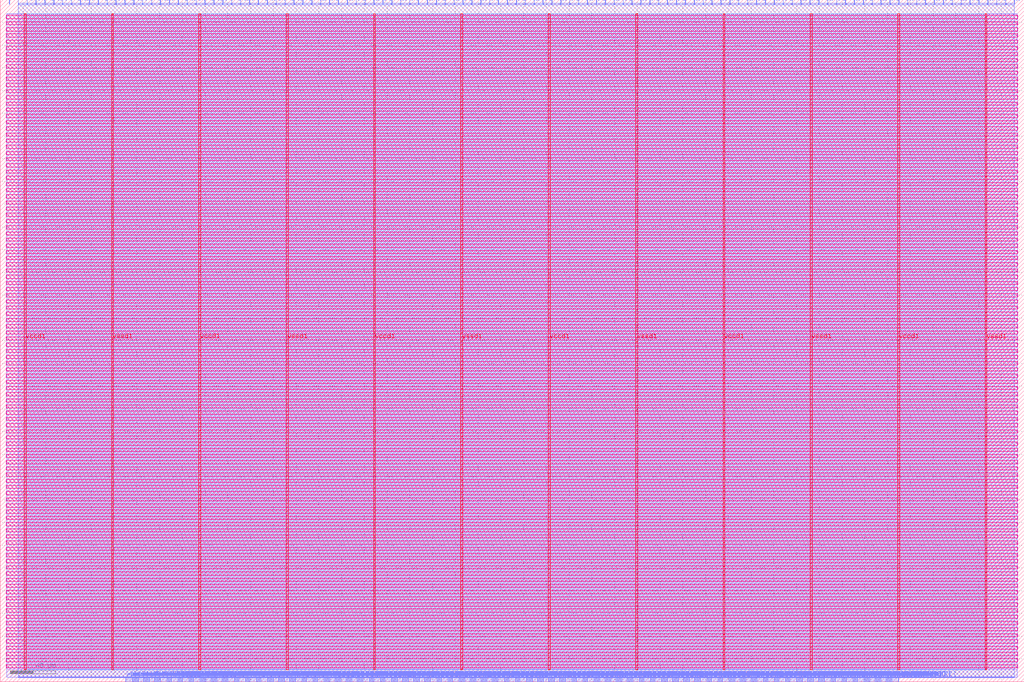
<source format=lef>
VERSION 5.7 ;
  NOWIREEXTENSIONATPIN ON ;
  DIVIDERCHAR "/" ;
  BUSBITCHARS "[]" ;
MACRO sha3
  CLASS BLOCK ;
  FOREIGN sha3 ;
  ORIGIN 0.000 0.000 ;
  SIZE 900.000 BY 600.000 ;
  PIN io_in[0]
    DIRECTION INPUT ;
    USE SIGNAL ;
    PORT
      LAYER met2 ;
        RECT 7.910 596.000 8.190 600.000 ;
    END
  END io_in[0]
  PIN io_in[10]
    DIRECTION INPUT ;
    USE SIGNAL ;
    PORT
      LAYER met2 ;
        RECT 242.510 596.000 242.790 600.000 ;
    END
  END io_in[10]
  PIN io_in[11]
    DIRECTION INPUT ;
    USE SIGNAL ;
    PORT
      LAYER met2 ;
        RECT 265.970 596.000 266.250 600.000 ;
    END
  END io_in[11]
  PIN io_in[12]
    DIRECTION INPUT ;
    USE SIGNAL ;
    PORT
      LAYER met2 ;
        RECT 289.430 596.000 289.710 600.000 ;
    END
  END io_in[12]
  PIN io_in[13]
    DIRECTION INPUT ;
    USE SIGNAL ;
    PORT
      LAYER met2 ;
        RECT 312.890 596.000 313.170 600.000 ;
    END
  END io_in[13]
  PIN io_in[14]
    DIRECTION INPUT ;
    USE SIGNAL ;
    PORT
      LAYER met2 ;
        RECT 336.350 596.000 336.630 600.000 ;
    END
  END io_in[14]
  PIN io_in[15]
    DIRECTION INPUT ;
    USE SIGNAL ;
    PORT
      LAYER met2 ;
        RECT 359.810 596.000 360.090 600.000 ;
    END
  END io_in[15]
  PIN io_in[16]
    DIRECTION INPUT ;
    USE SIGNAL ;
    PORT
      LAYER met2 ;
        RECT 383.270 596.000 383.550 600.000 ;
    END
  END io_in[16]
  PIN io_in[17]
    DIRECTION INPUT ;
    USE SIGNAL ;
    PORT
      LAYER met2 ;
        RECT 406.730 596.000 407.010 600.000 ;
    END
  END io_in[17]
  PIN io_in[18]
    DIRECTION INPUT ;
    USE SIGNAL ;
    PORT
      LAYER met2 ;
        RECT 430.190 596.000 430.470 600.000 ;
    END
  END io_in[18]
  PIN io_in[19]
    DIRECTION INPUT ;
    USE SIGNAL ;
    PORT
      LAYER met2 ;
        RECT 453.650 596.000 453.930 600.000 ;
    END
  END io_in[19]
  PIN io_in[1]
    DIRECTION INPUT ;
    USE SIGNAL ;
    PORT
      LAYER met2 ;
        RECT 31.370 596.000 31.650 600.000 ;
    END
  END io_in[1]
  PIN io_in[20]
    DIRECTION INPUT ;
    USE SIGNAL ;
    PORT
      LAYER met2 ;
        RECT 477.110 596.000 477.390 600.000 ;
    END
  END io_in[20]
  PIN io_in[21]
    DIRECTION INPUT ;
    USE SIGNAL ;
    PORT
      LAYER met2 ;
        RECT 500.570 596.000 500.850 600.000 ;
    END
  END io_in[21]
  PIN io_in[22]
    DIRECTION INPUT ;
    USE SIGNAL ;
    PORT
      LAYER met2 ;
        RECT 524.030 596.000 524.310 600.000 ;
    END
  END io_in[22]
  PIN io_in[23]
    DIRECTION INPUT ;
    USE SIGNAL ;
    PORT
      LAYER met2 ;
        RECT 547.490 596.000 547.770 600.000 ;
    END
  END io_in[23]
  PIN io_in[24]
    DIRECTION INPUT ;
    USE SIGNAL ;
    PORT
      LAYER met2 ;
        RECT 570.950 596.000 571.230 600.000 ;
    END
  END io_in[24]
  PIN io_in[25]
    DIRECTION INPUT ;
    USE SIGNAL ;
    PORT
      LAYER met2 ;
        RECT 594.410 596.000 594.690 600.000 ;
    END
  END io_in[25]
  PIN io_in[26]
    DIRECTION INPUT ;
    USE SIGNAL ;
    PORT
      LAYER met2 ;
        RECT 617.870 596.000 618.150 600.000 ;
    END
  END io_in[26]
  PIN io_in[27]
    DIRECTION INPUT ;
    USE SIGNAL ;
    PORT
      LAYER met2 ;
        RECT 641.330 596.000 641.610 600.000 ;
    END
  END io_in[27]
  PIN io_in[28]
    DIRECTION INPUT ;
    USE SIGNAL ;
    PORT
      LAYER met2 ;
        RECT 664.790 596.000 665.070 600.000 ;
    END
  END io_in[28]
  PIN io_in[29]
    DIRECTION INPUT ;
    USE SIGNAL ;
    PORT
      LAYER met2 ;
        RECT 688.250 596.000 688.530 600.000 ;
    END
  END io_in[29]
  PIN io_in[2]
    DIRECTION INPUT ;
    USE SIGNAL ;
    PORT
      LAYER met2 ;
        RECT 54.830 596.000 55.110 600.000 ;
    END
  END io_in[2]
  PIN io_in[30]
    DIRECTION INPUT ;
    USE SIGNAL ;
    PORT
      LAYER met2 ;
        RECT 711.710 596.000 711.990 600.000 ;
    END
  END io_in[30]
  PIN io_in[31]
    DIRECTION INPUT ;
    USE SIGNAL ;
    PORT
      LAYER met2 ;
        RECT 735.170 596.000 735.450 600.000 ;
    END
  END io_in[31]
  PIN io_in[32]
    DIRECTION INPUT ;
    USE SIGNAL ;
    PORT
      LAYER met2 ;
        RECT 758.630 596.000 758.910 600.000 ;
    END
  END io_in[32]
  PIN io_in[33]
    DIRECTION INPUT ;
    USE SIGNAL ;
    PORT
      LAYER met2 ;
        RECT 782.090 596.000 782.370 600.000 ;
    END
  END io_in[33]
  PIN io_in[34]
    DIRECTION INPUT ;
    USE SIGNAL ;
    PORT
      LAYER met2 ;
        RECT 805.550 596.000 805.830 600.000 ;
    END
  END io_in[34]
  PIN io_in[35]
    DIRECTION INPUT ;
    USE SIGNAL ;
    PORT
      LAYER met2 ;
        RECT 829.010 596.000 829.290 600.000 ;
    END
  END io_in[35]
  PIN io_in[36]
    DIRECTION INPUT ;
    USE SIGNAL ;
    PORT
      LAYER met2 ;
        RECT 852.470 596.000 852.750 600.000 ;
    END
  END io_in[36]
  PIN io_in[37]
    DIRECTION INPUT ;
    USE SIGNAL ;
    PORT
      LAYER met2 ;
        RECT 875.930 596.000 876.210 600.000 ;
    END
  END io_in[37]
  PIN io_in[3]
    DIRECTION INPUT ;
    USE SIGNAL ;
    PORT
      LAYER met2 ;
        RECT 78.290 596.000 78.570 600.000 ;
    END
  END io_in[3]
  PIN io_in[4]
    DIRECTION INPUT ;
    USE SIGNAL ;
    PORT
      LAYER met2 ;
        RECT 101.750 596.000 102.030 600.000 ;
    END
  END io_in[4]
  PIN io_in[5]
    DIRECTION INPUT ;
    USE SIGNAL ;
    PORT
      LAYER met2 ;
        RECT 125.210 596.000 125.490 600.000 ;
    END
  END io_in[5]
  PIN io_in[6]
    DIRECTION INPUT ;
    USE SIGNAL ;
    PORT
      LAYER met2 ;
        RECT 148.670 596.000 148.950 600.000 ;
    END
  END io_in[6]
  PIN io_in[7]
    DIRECTION INPUT ;
    USE SIGNAL ;
    PORT
      LAYER met2 ;
        RECT 172.130 596.000 172.410 600.000 ;
    END
  END io_in[7]
  PIN io_in[8]
    DIRECTION INPUT ;
    USE SIGNAL ;
    PORT
      LAYER met2 ;
        RECT 195.590 596.000 195.870 600.000 ;
    END
  END io_in[8]
  PIN io_in[9]
    DIRECTION INPUT ;
    USE SIGNAL ;
    PORT
      LAYER met2 ;
        RECT 219.050 596.000 219.330 600.000 ;
    END
  END io_in[9]
  PIN io_oeb[0]
    DIRECTION OUTPUT TRISTATE ;
    USE SIGNAL ;
    PORT
      LAYER met2 ;
        RECT 15.730 596.000 16.010 600.000 ;
    END
  END io_oeb[0]
  PIN io_oeb[10]
    DIRECTION OUTPUT TRISTATE ;
    USE SIGNAL ;
    PORT
      LAYER met2 ;
        RECT 250.330 596.000 250.610 600.000 ;
    END
  END io_oeb[10]
  PIN io_oeb[11]
    DIRECTION OUTPUT TRISTATE ;
    USE SIGNAL ;
    PORT
      LAYER met2 ;
        RECT 273.790 596.000 274.070 600.000 ;
    END
  END io_oeb[11]
  PIN io_oeb[12]
    DIRECTION OUTPUT TRISTATE ;
    USE SIGNAL ;
    PORT
      LAYER met2 ;
        RECT 297.250 596.000 297.530 600.000 ;
    END
  END io_oeb[12]
  PIN io_oeb[13]
    DIRECTION OUTPUT TRISTATE ;
    USE SIGNAL ;
    PORT
      LAYER met2 ;
        RECT 320.710 596.000 320.990 600.000 ;
    END
  END io_oeb[13]
  PIN io_oeb[14]
    DIRECTION OUTPUT TRISTATE ;
    USE SIGNAL ;
    PORT
      LAYER met2 ;
        RECT 344.170 596.000 344.450 600.000 ;
    END
  END io_oeb[14]
  PIN io_oeb[15]
    DIRECTION OUTPUT TRISTATE ;
    USE SIGNAL ;
    PORT
      LAYER met2 ;
        RECT 367.630 596.000 367.910 600.000 ;
    END
  END io_oeb[15]
  PIN io_oeb[16]
    DIRECTION OUTPUT TRISTATE ;
    USE SIGNAL ;
    PORT
      LAYER met2 ;
        RECT 391.090 596.000 391.370 600.000 ;
    END
  END io_oeb[16]
  PIN io_oeb[17]
    DIRECTION OUTPUT TRISTATE ;
    USE SIGNAL ;
    PORT
      LAYER met2 ;
        RECT 414.550 596.000 414.830 600.000 ;
    END
  END io_oeb[17]
  PIN io_oeb[18]
    DIRECTION OUTPUT TRISTATE ;
    USE SIGNAL ;
    PORT
      LAYER met2 ;
        RECT 438.010 596.000 438.290 600.000 ;
    END
  END io_oeb[18]
  PIN io_oeb[19]
    DIRECTION OUTPUT TRISTATE ;
    USE SIGNAL ;
    PORT
      LAYER met2 ;
        RECT 461.470 596.000 461.750 600.000 ;
    END
  END io_oeb[19]
  PIN io_oeb[1]
    DIRECTION OUTPUT TRISTATE ;
    USE SIGNAL ;
    PORT
      LAYER met2 ;
        RECT 39.190 596.000 39.470 600.000 ;
    END
  END io_oeb[1]
  PIN io_oeb[20]
    DIRECTION OUTPUT TRISTATE ;
    USE SIGNAL ;
    PORT
      LAYER met2 ;
        RECT 484.930 596.000 485.210 600.000 ;
    END
  END io_oeb[20]
  PIN io_oeb[21]
    DIRECTION OUTPUT TRISTATE ;
    USE SIGNAL ;
    PORT
      LAYER met2 ;
        RECT 508.390 596.000 508.670 600.000 ;
    END
  END io_oeb[21]
  PIN io_oeb[22]
    DIRECTION OUTPUT TRISTATE ;
    USE SIGNAL ;
    PORT
      LAYER met2 ;
        RECT 531.850 596.000 532.130 600.000 ;
    END
  END io_oeb[22]
  PIN io_oeb[23]
    DIRECTION OUTPUT TRISTATE ;
    USE SIGNAL ;
    PORT
      LAYER met2 ;
        RECT 555.310 596.000 555.590 600.000 ;
    END
  END io_oeb[23]
  PIN io_oeb[24]
    DIRECTION OUTPUT TRISTATE ;
    USE SIGNAL ;
    PORT
      LAYER met2 ;
        RECT 578.770 596.000 579.050 600.000 ;
    END
  END io_oeb[24]
  PIN io_oeb[25]
    DIRECTION OUTPUT TRISTATE ;
    USE SIGNAL ;
    PORT
      LAYER met2 ;
        RECT 602.230 596.000 602.510 600.000 ;
    END
  END io_oeb[25]
  PIN io_oeb[26]
    DIRECTION OUTPUT TRISTATE ;
    USE SIGNAL ;
    PORT
      LAYER met2 ;
        RECT 625.690 596.000 625.970 600.000 ;
    END
  END io_oeb[26]
  PIN io_oeb[27]
    DIRECTION OUTPUT TRISTATE ;
    USE SIGNAL ;
    PORT
      LAYER met2 ;
        RECT 649.150 596.000 649.430 600.000 ;
    END
  END io_oeb[27]
  PIN io_oeb[28]
    DIRECTION OUTPUT TRISTATE ;
    USE SIGNAL ;
    PORT
      LAYER met2 ;
        RECT 672.610 596.000 672.890 600.000 ;
    END
  END io_oeb[28]
  PIN io_oeb[29]
    DIRECTION OUTPUT TRISTATE ;
    USE SIGNAL ;
    PORT
      LAYER met2 ;
        RECT 696.070 596.000 696.350 600.000 ;
    END
  END io_oeb[29]
  PIN io_oeb[2]
    DIRECTION OUTPUT TRISTATE ;
    USE SIGNAL ;
    PORT
      LAYER met2 ;
        RECT 62.650 596.000 62.930 600.000 ;
    END
  END io_oeb[2]
  PIN io_oeb[30]
    DIRECTION OUTPUT TRISTATE ;
    USE SIGNAL ;
    PORT
      LAYER met2 ;
        RECT 719.530 596.000 719.810 600.000 ;
    END
  END io_oeb[30]
  PIN io_oeb[31]
    DIRECTION OUTPUT TRISTATE ;
    USE SIGNAL ;
    PORT
      LAYER met2 ;
        RECT 742.990 596.000 743.270 600.000 ;
    END
  END io_oeb[31]
  PIN io_oeb[32]
    DIRECTION OUTPUT TRISTATE ;
    USE SIGNAL ;
    PORT
      LAYER met2 ;
        RECT 766.450 596.000 766.730 600.000 ;
    END
  END io_oeb[32]
  PIN io_oeb[33]
    DIRECTION OUTPUT TRISTATE ;
    USE SIGNAL ;
    PORT
      LAYER met2 ;
        RECT 789.910 596.000 790.190 600.000 ;
    END
  END io_oeb[33]
  PIN io_oeb[34]
    DIRECTION OUTPUT TRISTATE ;
    USE SIGNAL ;
    PORT
      LAYER met2 ;
        RECT 813.370 596.000 813.650 600.000 ;
    END
  END io_oeb[34]
  PIN io_oeb[35]
    DIRECTION OUTPUT TRISTATE ;
    USE SIGNAL ;
    PORT
      LAYER met2 ;
        RECT 836.830 596.000 837.110 600.000 ;
    END
  END io_oeb[35]
  PIN io_oeb[36]
    DIRECTION OUTPUT TRISTATE ;
    USE SIGNAL ;
    PORT
      LAYER met2 ;
        RECT 860.290 596.000 860.570 600.000 ;
    END
  END io_oeb[36]
  PIN io_oeb[37]
    DIRECTION OUTPUT TRISTATE ;
    USE SIGNAL ;
    PORT
      LAYER met2 ;
        RECT 883.750 596.000 884.030 600.000 ;
    END
  END io_oeb[37]
  PIN io_oeb[3]
    DIRECTION OUTPUT TRISTATE ;
    USE SIGNAL ;
    PORT
      LAYER met2 ;
        RECT 86.110 596.000 86.390 600.000 ;
    END
  END io_oeb[3]
  PIN io_oeb[4]
    DIRECTION OUTPUT TRISTATE ;
    USE SIGNAL ;
    PORT
      LAYER met2 ;
        RECT 109.570 596.000 109.850 600.000 ;
    END
  END io_oeb[4]
  PIN io_oeb[5]
    DIRECTION OUTPUT TRISTATE ;
    USE SIGNAL ;
    PORT
      LAYER met2 ;
        RECT 133.030 596.000 133.310 600.000 ;
    END
  END io_oeb[5]
  PIN io_oeb[6]
    DIRECTION OUTPUT TRISTATE ;
    USE SIGNAL ;
    PORT
      LAYER met2 ;
        RECT 156.490 596.000 156.770 600.000 ;
    END
  END io_oeb[6]
  PIN io_oeb[7]
    DIRECTION OUTPUT TRISTATE ;
    USE SIGNAL ;
    PORT
      LAYER met2 ;
        RECT 179.950 596.000 180.230 600.000 ;
    END
  END io_oeb[7]
  PIN io_oeb[8]
    DIRECTION OUTPUT TRISTATE ;
    USE SIGNAL ;
    PORT
      LAYER met2 ;
        RECT 203.410 596.000 203.690 600.000 ;
    END
  END io_oeb[8]
  PIN io_oeb[9]
    DIRECTION OUTPUT TRISTATE ;
    USE SIGNAL ;
    PORT
      LAYER met2 ;
        RECT 226.870 596.000 227.150 600.000 ;
    END
  END io_oeb[9]
  PIN io_out[0]
    DIRECTION OUTPUT TRISTATE ;
    USE SIGNAL ;
    PORT
      LAYER met2 ;
        RECT 23.550 596.000 23.830 600.000 ;
    END
  END io_out[0]
  PIN io_out[10]
    DIRECTION OUTPUT TRISTATE ;
    USE SIGNAL ;
    PORT
      LAYER met2 ;
        RECT 258.150 596.000 258.430 600.000 ;
    END
  END io_out[10]
  PIN io_out[11]
    DIRECTION OUTPUT TRISTATE ;
    USE SIGNAL ;
    PORT
      LAYER met2 ;
        RECT 281.610 596.000 281.890 600.000 ;
    END
  END io_out[11]
  PIN io_out[12]
    DIRECTION OUTPUT TRISTATE ;
    USE SIGNAL ;
    PORT
      LAYER met2 ;
        RECT 305.070 596.000 305.350 600.000 ;
    END
  END io_out[12]
  PIN io_out[13]
    DIRECTION OUTPUT TRISTATE ;
    USE SIGNAL ;
    PORT
      LAYER met2 ;
        RECT 328.530 596.000 328.810 600.000 ;
    END
  END io_out[13]
  PIN io_out[14]
    DIRECTION OUTPUT TRISTATE ;
    USE SIGNAL ;
    PORT
      LAYER met2 ;
        RECT 351.990 596.000 352.270 600.000 ;
    END
  END io_out[14]
  PIN io_out[15]
    DIRECTION OUTPUT TRISTATE ;
    USE SIGNAL ;
    PORT
      LAYER met2 ;
        RECT 375.450 596.000 375.730 600.000 ;
    END
  END io_out[15]
  PIN io_out[16]
    DIRECTION OUTPUT TRISTATE ;
    USE SIGNAL ;
    PORT
      LAYER met2 ;
        RECT 398.910 596.000 399.190 600.000 ;
    END
  END io_out[16]
  PIN io_out[17]
    DIRECTION OUTPUT TRISTATE ;
    USE SIGNAL ;
    PORT
      LAYER met2 ;
        RECT 422.370 596.000 422.650 600.000 ;
    END
  END io_out[17]
  PIN io_out[18]
    DIRECTION OUTPUT TRISTATE ;
    USE SIGNAL ;
    PORT
      LAYER met2 ;
        RECT 445.830 596.000 446.110 600.000 ;
    END
  END io_out[18]
  PIN io_out[19]
    DIRECTION OUTPUT TRISTATE ;
    USE SIGNAL ;
    PORT
      LAYER met2 ;
        RECT 469.290 596.000 469.570 600.000 ;
    END
  END io_out[19]
  PIN io_out[1]
    DIRECTION OUTPUT TRISTATE ;
    USE SIGNAL ;
    PORT
      LAYER met2 ;
        RECT 47.010 596.000 47.290 600.000 ;
    END
  END io_out[1]
  PIN io_out[20]
    DIRECTION OUTPUT TRISTATE ;
    USE SIGNAL ;
    PORT
      LAYER met2 ;
        RECT 492.750 596.000 493.030 600.000 ;
    END
  END io_out[20]
  PIN io_out[21]
    DIRECTION OUTPUT TRISTATE ;
    USE SIGNAL ;
    PORT
      LAYER met2 ;
        RECT 516.210 596.000 516.490 600.000 ;
    END
  END io_out[21]
  PIN io_out[22]
    DIRECTION OUTPUT TRISTATE ;
    USE SIGNAL ;
    PORT
      LAYER met2 ;
        RECT 539.670 596.000 539.950 600.000 ;
    END
  END io_out[22]
  PIN io_out[23]
    DIRECTION OUTPUT TRISTATE ;
    USE SIGNAL ;
    PORT
      LAYER met2 ;
        RECT 563.130 596.000 563.410 600.000 ;
    END
  END io_out[23]
  PIN io_out[24]
    DIRECTION OUTPUT TRISTATE ;
    USE SIGNAL ;
    PORT
      LAYER met2 ;
        RECT 586.590 596.000 586.870 600.000 ;
    END
  END io_out[24]
  PIN io_out[25]
    DIRECTION OUTPUT TRISTATE ;
    USE SIGNAL ;
    PORT
      LAYER met2 ;
        RECT 610.050 596.000 610.330 600.000 ;
    END
  END io_out[25]
  PIN io_out[26]
    DIRECTION OUTPUT TRISTATE ;
    USE SIGNAL ;
    PORT
      LAYER met2 ;
        RECT 633.510 596.000 633.790 600.000 ;
    END
  END io_out[26]
  PIN io_out[27]
    DIRECTION OUTPUT TRISTATE ;
    USE SIGNAL ;
    PORT
      LAYER met2 ;
        RECT 656.970 596.000 657.250 600.000 ;
    END
  END io_out[27]
  PIN io_out[28]
    DIRECTION OUTPUT TRISTATE ;
    USE SIGNAL ;
    PORT
      LAYER met2 ;
        RECT 680.430 596.000 680.710 600.000 ;
    END
  END io_out[28]
  PIN io_out[29]
    DIRECTION OUTPUT TRISTATE ;
    USE SIGNAL ;
    PORT
      LAYER met2 ;
        RECT 703.890 596.000 704.170 600.000 ;
    END
  END io_out[29]
  PIN io_out[2]
    DIRECTION OUTPUT TRISTATE ;
    USE SIGNAL ;
    PORT
      LAYER met2 ;
        RECT 70.470 596.000 70.750 600.000 ;
    END
  END io_out[2]
  PIN io_out[30]
    DIRECTION OUTPUT TRISTATE ;
    USE SIGNAL ;
    PORT
      LAYER met2 ;
        RECT 727.350 596.000 727.630 600.000 ;
    END
  END io_out[30]
  PIN io_out[31]
    DIRECTION OUTPUT TRISTATE ;
    USE SIGNAL ;
    PORT
      LAYER met2 ;
        RECT 750.810 596.000 751.090 600.000 ;
    END
  END io_out[31]
  PIN io_out[32]
    DIRECTION OUTPUT TRISTATE ;
    USE SIGNAL ;
    PORT
      LAYER met2 ;
        RECT 774.270 596.000 774.550 600.000 ;
    END
  END io_out[32]
  PIN io_out[33]
    DIRECTION OUTPUT TRISTATE ;
    USE SIGNAL ;
    PORT
      LAYER met2 ;
        RECT 797.730 596.000 798.010 600.000 ;
    END
  END io_out[33]
  PIN io_out[34]
    DIRECTION OUTPUT TRISTATE ;
    USE SIGNAL ;
    PORT
      LAYER met2 ;
        RECT 821.190 596.000 821.470 600.000 ;
    END
  END io_out[34]
  PIN io_out[35]
    DIRECTION OUTPUT TRISTATE ;
    USE SIGNAL ;
    PORT
      LAYER met2 ;
        RECT 844.650 596.000 844.930 600.000 ;
    END
  END io_out[35]
  PIN io_out[36]
    DIRECTION OUTPUT TRISTATE ;
    USE SIGNAL ;
    PORT
      LAYER met2 ;
        RECT 868.110 596.000 868.390 600.000 ;
    END
  END io_out[36]
  PIN io_out[37]
    DIRECTION OUTPUT TRISTATE ;
    USE SIGNAL ;
    PORT
      LAYER met2 ;
        RECT 891.570 596.000 891.850 600.000 ;
    END
  END io_out[37]
  PIN io_out[3]
    DIRECTION OUTPUT TRISTATE ;
    USE SIGNAL ;
    PORT
      LAYER met2 ;
        RECT 93.930 596.000 94.210 600.000 ;
    END
  END io_out[3]
  PIN io_out[4]
    DIRECTION OUTPUT TRISTATE ;
    USE SIGNAL ;
    PORT
      LAYER met2 ;
        RECT 117.390 596.000 117.670 600.000 ;
    END
  END io_out[4]
  PIN io_out[5]
    DIRECTION OUTPUT TRISTATE ;
    USE SIGNAL ;
    PORT
      LAYER met2 ;
        RECT 140.850 596.000 141.130 600.000 ;
    END
  END io_out[5]
  PIN io_out[6]
    DIRECTION OUTPUT TRISTATE ;
    USE SIGNAL ;
    PORT
      LAYER met2 ;
        RECT 164.310 596.000 164.590 600.000 ;
    END
  END io_out[6]
  PIN io_out[7]
    DIRECTION OUTPUT TRISTATE ;
    USE SIGNAL ;
    PORT
      LAYER met2 ;
        RECT 187.770 596.000 188.050 600.000 ;
    END
  END io_out[7]
  PIN io_out[8]
    DIRECTION OUTPUT TRISTATE ;
    USE SIGNAL ;
    PORT
      LAYER met2 ;
        RECT 211.230 596.000 211.510 600.000 ;
    END
  END io_out[8]
  PIN io_out[9]
    DIRECTION OUTPUT TRISTATE ;
    USE SIGNAL ;
    PORT
      LAYER met2 ;
        RECT 234.690 596.000 234.970 600.000 ;
    END
  END io_out[9]
  PIN irq[0]
    DIRECTION OUTPUT TRISTATE ;
    USE SIGNAL ;
    PORT
      LAYER met2 ;
        RECT 786.690 0.000 786.970 4.000 ;
    END
  END irq[0]
  PIN irq[1]
    DIRECTION OUTPUT TRISTATE ;
    USE SIGNAL ;
    PORT
      LAYER met2 ;
        RECT 788.070 0.000 788.350 4.000 ;
    END
  END irq[1]
  PIN irq[2]
    DIRECTION OUTPUT TRISTATE ;
    USE SIGNAL ;
    PORT
      LAYER met2 ;
        RECT 789.450 0.000 789.730 4.000 ;
    END
  END irq[2]
  PIN la_data_in[0]
    DIRECTION INPUT ;
    USE SIGNAL ;
    PORT
      LAYER met2 ;
        RECT 256.770 0.000 257.050 4.000 ;
    END
  END la_data_in[0]
  PIN la_data_in[100]
    DIRECTION INPUT ;
    USE SIGNAL ;
    PORT
      LAYER met2 ;
        RECT 670.770 0.000 671.050 4.000 ;
    END
  END la_data_in[100]
  PIN la_data_in[101]
    DIRECTION INPUT ;
    USE SIGNAL ;
    PORT
      LAYER met2 ;
        RECT 674.910 0.000 675.190 4.000 ;
    END
  END la_data_in[101]
  PIN la_data_in[102]
    DIRECTION INPUT ;
    USE SIGNAL ;
    PORT
      LAYER met2 ;
        RECT 679.050 0.000 679.330 4.000 ;
    END
  END la_data_in[102]
  PIN la_data_in[103]
    DIRECTION INPUT ;
    USE SIGNAL ;
    PORT
      LAYER met2 ;
        RECT 683.190 0.000 683.470 4.000 ;
    END
  END la_data_in[103]
  PIN la_data_in[104]
    DIRECTION INPUT ;
    USE SIGNAL ;
    PORT
      LAYER met2 ;
        RECT 687.330 0.000 687.610 4.000 ;
    END
  END la_data_in[104]
  PIN la_data_in[105]
    DIRECTION INPUT ;
    USE SIGNAL ;
    PORT
      LAYER met2 ;
        RECT 691.470 0.000 691.750 4.000 ;
    END
  END la_data_in[105]
  PIN la_data_in[106]
    DIRECTION INPUT ;
    USE SIGNAL ;
    PORT
      LAYER met2 ;
        RECT 695.610 0.000 695.890 4.000 ;
    END
  END la_data_in[106]
  PIN la_data_in[107]
    DIRECTION INPUT ;
    USE SIGNAL ;
    PORT
      LAYER met2 ;
        RECT 699.750 0.000 700.030 4.000 ;
    END
  END la_data_in[107]
  PIN la_data_in[108]
    DIRECTION INPUT ;
    USE SIGNAL ;
    PORT
      LAYER met2 ;
        RECT 703.890 0.000 704.170 4.000 ;
    END
  END la_data_in[108]
  PIN la_data_in[109]
    DIRECTION INPUT ;
    USE SIGNAL ;
    PORT
      LAYER met2 ;
        RECT 708.030 0.000 708.310 4.000 ;
    END
  END la_data_in[109]
  PIN la_data_in[10]
    DIRECTION INPUT ;
    USE SIGNAL ;
    PORT
      LAYER met2 ;
        RECT 298.170 0.000 298.450 4.000 ;
    END
  END la_data_in[10]
  PIN la_data_in[110]
    DIRECTION INPUT ;
    USE SIGNAL ;
    PORT
      LAYER met2 ;
        RECT 712.170 0.000 712.450 4.000 ;
    END
  END la_data_in[110]
  PIN la_data_in[111]
    DIRECTION INPUT ;
    USE SIGNAL ;
    PORT
      LAYER met2 ;
        RECT 716.310 0.000 716.590 4.000 ;
    END
  END la_data_in[111]
  PIN la_data_in[112]
    DIRECTION INPUT ;
    USE SIGNAL ;
    PORT
      LAYER met2 ;
        RECT 720.450 0.000 720.730 4.000 ;
    END
  END la_data_in[112]
  PIN la_data_in[113]
    DIRECTION INPUT ;
    USE SIGNAL ;
    PORT
      LAYER met2 ;
        RECT 724.590 0.000 724.870 4.000 ;
    END
  END la_data_in[113]
  PIN la_data_in[114]
    DIRECTION INPUT ;
    USE SIGNAL ;
    PORT
      LAYER met2 ;
        RECT 728.730 0.000 729.010 4.000 ;
    END
  END la_data_in[114]
  PIN la_data_in[115]
    DIRECTION INPUT ;
    USE SIGNAL ;
    PORT
      LAYER met2 ;
        RECT 732.870 0.000 733.150 4.000 ;
    END
  END la_data_in[115]
  PIN la_data_in[116]
    DIRECTION INPUT ;
    USE SIGNAL ;
    PORT
      LAYER met2 ;
        RECT 737.010 0.000 737.290 4.000 ;
    END
  END la_data_in[116]
  PIN la_data_in[117]
    DIRECTION INPUT ;
    USE SIGNAL ;
    PORT
      LAYER met2 ;
        RECT 741.150 0.000 741.430 4.000 ;
    END
  END la_data_in[117]
  PIN la_data_in[118]
    DIRECTION INPUT ;
    USE SIGNAL ;
    PORT
      LAYER met2 ;
        RECT 745.290 0.000 745.570 4.000 ;
    END
  END la_data_in[118]
  PIN la_data_in[119]
    DIRECTION INPUT ;
    USE SIGNAL ;
    PORT
      LAYER met2 ;
        RECT 749.430 0.000 749.710 4.000 ;
    END
  END la_data_in[119]
  PIN la_data_in[11]
    DIRECTION INPUT ;
    USE SIGNAL ;
    PORT
      LAYER met2 ;
        RECT 302.310 0.000 302.590 4.000 ;
    END
  END la_data_in[11]
  PIN la_data_in[120]
    DIRECTION INPUT ;
    USE SIGNAL ;
    PORT
      LAYER met2 ;
        RECT 753.570 0.000 753.850 4.000 ;
    END
  END la_data_in[120]
  PIN la_data_in[121]
    DIRECTION INPUT ;
    USE SIGNAL ;
    PORT
      LAYER met2 ;
        RECT 757.710 0.000 757.990 4.000 ;
    END
  END la_data_in[121]
  PIN la_data_in[122]
    DIRECTION INPUT ;
    USE SIGNAL ;
    PORT
      LAYER met2 ;
        RECT 761.850 0.000 762.130 4.000 ;
    END
  END la_data_in[122]
  PIN la_data_in[123]
    DIRECTION INPUT ;
    USE SIGNAL ;
    PORT
      LAYER met2 ;
        RECT 765.990 0.000 766.270 4.000 ;
    END
  END la_data_in[123]
  PIN la_data_in[124]
    DIRECTION INPUT ;
    USE SIGNAL ;
    PORT
      LAYER met2 ;
        RECT 770.130 0.000 770.410 4.000 ;
    END
  END la_data_in[124]
  PIN la_data_in[125]
    DIRECTION INPUT ;
    USE SIGNAL ;
    PORT
      LAYER met2 ;
        RECT 774.270 0.000 774.550 4.000 ;
    END
  END la_data_in[125]
  PIN la_data_in[126]
    DIRECTION INPUT ;
    USE SIGNAL ;
    PORT
      LAYER met2 ;
        RECT 778.410 0.000 778.690 4.000 ;
    END
  END la_data_in[126]
  PIN la_data_in[127]
    DIRECTION INPUT ;
    USE SIGNAL ;
    PORT
      LAYER met2 ;
        RECT 782.550 0.000 782.830 4.000 ;
    END
  END la_data_in[127]
  PIN la_data_in[12]
    DIRECTION INPUT ;
    USE SIGNAL ;
    PORT
      LAYER met2 ;
        RECT 306.450 0.000 306.730 4.000 ;
    END
  END la_data_in[12]
  PIN la_data_in[13]
    DIRECTION INPUT ;
    USE SIGNAL ;
    PORT
      LAYER met2 ;
        RECT 310.590 0.000 310.870 4.000 ;
    END
  END la_data_in[13]
  PIN la_data_in[14]
    DIRECTION INPUT ;
    USE SIGNAL ;
    PORT
      LAYER met2 ;
        RECT 314.730 0.000 315.010 4.000 ;
    END
  END la_data_in[14]
  PIN la_data_in[15]
    DIRECTION INPUT ;
    USE SIGNAL ;
    PORT
      LAYER met2 ;
        RECT 318.870 0.000 319.150 4.000 ;
    END
  END la_data_in[15]
  PIN la_data_in[16]
    DIRECTION INPUT ;
    USE SIGNAL ;
    PORT
      LAYER met2 ;
        RECT 323.010 0.000 323.290 4.000 ;
    END
  END la_data_in[16]
  PIN la_data_in[17]
    DIRECTION INPUT ;
    USE SIGNAL ;
    PORT
      LAYER met2 ;
        RECT 327.150 0.000 327.430 4.000 ;
    END
  END la_data_in[17]
  PIN la_data_in[18]
    DIRECTION INPUT ;
    USE SIGNAL ;
    PORT
      LAYER met2 ;
        RECT 331.290 0.000 331.570 4.000 ;
    END
  END la_data_in[18]
  PIN la_data_in[19]
    DIRECTION INPUT ;
    USE SIGNAL ;
    PORT
      LAYER met2 ;
        RECT 335.430 0.000 335.710 4.000 ;
    END
  END la_data_in[19]
  PIN la_data_in[1]
    DIRECTION INPUT ;
    USE SIGNAL ;
    PORT
      LAYER met2 ;
        RECT 260.910 0.000 261.190 4.000 ;
    END
  END la_data_in[1]
  PIN la_data_in[20]
    DIRECTION INPUT ;
    USE SIGNAL ;
    PORT
      LAYER met2 ;
        RECT 339.570 0.000 339.850 4.000 ;
    END
  END la_data_in[20]
  PIN la_data_in[21]
    DIRECTION INPUT ;
    USE SIGNAL ;
    PORT
      LAYER met2 ;
        RECT 343.710 0.000 343.990 4.000 ;
    END
  END la_data_in[21]
  PIN la_data_in[22]
    DIRECTION INPUT ;
    USE SIGNAL ;
    PORT
      LAYER met2 ;
        RECT 347.850 0.000 348.130 4.000 ;
    END
  END la_data_in[22]
  PIN la_data_in[23]
    DIRECTION INPUT ;
    USE SIGNAL ;
    PORT
      LAYER met2 ;
        RECT 351.990 0.000 352.270 4.000 ;
    END
  END la_data_in[23]
  PIN la_data_in[24]
    DIRECTION INPUT ;
    USE SIGNAL ;
    PORT
      LAYER met2 ;
        RECT 356.130 0.000 356.410 4.000 ;
    END
  END la_data_in[24]
  PIN la_data_in[25]
    DIRECTION INPUT ;
    USE SIGNAL ;
    PORT
      LAYER met2 ;
        RECT 360.270 0.000 360.550 4.000 ;
    END
  END la_data_in[25]
  PIN la_data_in[26]
    DIRECTION INPUT ;
    USE SIGNAL ;
    PORT
      LAYER met2 ;
        RECT 364.410 0.000 364.690 4.000 ;
    END
  END la_data_in[26]
  PIN la_data_in[27]
    DIRECTION INPUT ;
    USE SIGNAL ;
    PORT
      LAYER met2 ;
        RECT 368.550 0.000 368.830 4.000 ;
    END
  END la_data_in[27]
  PIN la_data_in[28]
    DIRECTION INPUT ;
    USE SIGNAL ;
    PORT
      LAYER met2 ;
        RECT 372.690 0.000 372.970 4.000 ;
    END
  END la_data_in[28]
  PIN la_data_in[29]
    DIRECTION INPUT ;
    USE SIGNAL ;
    PORT
      LAYER met2 ;
        RECT 376.830 0.000 377.110 4.000 ;
    END
  END la_data_in[29]
  PIN la_data_in[2]
    DIRECTION INPUT ;
    USE SIGNAL ;
    PORT
      LAYER met2 ;
        RECT 265.050 0.000 265.330 4.000 ;
    END
  END la_data_in[2]
  PIN la_data_in[30]
    DIRECTION INPUT ;
    USE SIGNAL ;
    PORT
      LAYER met2 ;
        RECT 380.970 0.000 381.250 4.000 ;
    END
  END la_data_in[30]
  PIN la_data_in[31]
    DIRECTION INPUT ;
    USE SIGNAL ;
    PORT
      LAYER met2 ;
        RECT 385.110 0.000 385.390 4.000 ;
    END
  END la_data_in[31]
  PIN la_data_in[32]
    DIRECTION INPUT ;
    USE SIGNAL ;
    PORT
      LAYER met2 ;
        RECT 389.250 0.000 389.530 4.000 ;
    END
  END la_data_in[32]
  PIN la_data_in[33]
    DIRECTION INPUT ;
    USE SIGNAL ;
    PORT
      LAYER met2 ;
        RECT 393.390 0.000 393.670 4.000 ;
    END
  END la_data_in[33]
  PIN la_data_in[34]
    DIRECTION INPUT ;
    USE SIGNAL ;
    PORT
      LAYER met2 ;
        RECT 397.530 0.000 397.810 4.000 ;
    END
  END la_data_in[34]
  PIN la_data_in[35]
    DIRECTION INPUT ;
    USE SIGNAL ;
    PORT
      LAYER met2 ;
        RECT 401.670 0.000 401.950 4.000 ;
    END
  END la_data_in[35]
  PIN la_data_in[36]
    DIRECTION INPUT ;
    USE SIGNAL ;
    PORT
      LAYER met2 ;
        RECT 405.810 0.000 406.090 4.000 ;
    END
  END la_data_in[36]
  PIN la_data_in[37]
    DIRECTION INPUT ;
    USE SIGNAL ;
    PORT
      LAYER met2 ;
        RECT 409.950 0.000 410.230 4.000 ;
    END
  END la_data_in[37]
  PIN la_data_in[38]
    DIRECTION INPUT ;
    USE SIGNAL ;
    PORT
      LAYER met2 ;
        RECT 414.090 0.000 414.370 4.000 ;
    END
  END la_data_in[38]
  PIN la_data_in[39]
    DIRECTION INPUT ;
    USE SIGNAL ;
    PORT
      LAYER met2 ;
        RECT 418.230 0.000 418.510 4.000 ;
    END
  END la_data_in[39]
  PIN la_data_in[3]
    DIRECTION INPUT ;
    USE SIGNAL ;
    PORT
      LAYER met2 ;
        RECT 269.190 0.000 269.470 4.000 ;
    END
  END la_data_in[3]
  PIN la_data_in[40]
    DIRECTION INPUT ;
    USE SIGNAL ;
    PORT
      LAYER met2 ;
        RECT 422.370 0.000 422.650 4.000 ;
    END
  END la_data_in[40]
  PIN la_data_in[41]
    DIRECTION INPUT ;
    USE SIGNAL ;
    PORT
      LAYER met2 ;
        RECT 426.510 0.000 426.790 4.000 ;
    END
  END la_data_in[41]
  PIN la_data_in[42]
    DIRECTION INPUT ;
    USE SIGNAL ;
    PORT
      LAYER met2 ;
        RECT 430.650 0.000 430.930 4.000 ;
    END
  END la_data_in[42]
  PIN la_data_in[43]
    DIRECTION INPUT ;
    USE SIGNAL ;
    PORT
      LAYER met2 ;
        RECT 434.790 0.000 435.070 4.000 ;
    END
  END la_data_in[43]
  PIN la_data_in[44]
    DIRECTION INPUT ;
    USE SIGNAL ;
    PORT
      LAYER met2 ;
        RECT 438.930 0.000 439.210 4.000 ;
    END
  END la_data_in[44]
  PIN la_data_in[45]
    DIRECTION INPUT ;
    USE SIGNAL ;
    PORT
      LAYER met2 ;
        RECT 443.070 0.000 443.350 4.000 ;
    END
  END la_data_in[45]
  PIN la_data_in[46]
    DIRECTION INPUT ;
    USE SIGNAL ;
    PORT
      LAYER met2 ;
        RECT 447.210 0.000 447.490 4.000 ;
    END
  END la_data_in[46]
  PIN la_data_in[47]
    DIRECTION INPUT ;
    USE SIGNAL ;
    PORT
      LAYER met2 ;
        RECT 451.350 0.000 451.630 4.000 ;
    END
  END la_data_in[47]
  PIN la_data_in[48]
    DIRECTION INPUT ;
    USE SIGNAL ;
    PORT
      LAYER met2 ;
        RECT 455.490 0.000 455.770 4.000 ;
    END
  END la_data_in[48]
  PIN la_data_in[49]
    DIRECTION INPUT ;
    USE SIGNAL ;
    PORT
      LAYER met2 ;
        RECT 459.630 0.000 459.910 4.000 ;
    END
  END la_data_in[49]
  PIN la_data_in[4]
    DIRECTION INPUT ;
    USE SIGNAL ;
    PORT
      LAYER met2 ;
        RECT 273.330 0.000 273.610 4.000 ;
    END
  END la_data_in[4]
  PIN la_data_in[50]
    DIRECTION INPUT ;
    USE SIGNAL ;
    PORT
      LAYER met2 ;
        RECT 463.770 0.000 464.050 4.000 ;
    END
  END la_data_in[50]
  PIN la_data_in[51]
    DIRECTION INPUT ;
    USE SIGNAL ;
    PORT
      LAYER met2 ;
        RECT 467.910 0.000 468.190 4.000 ;
    END
  END la_data_in[51]
  PIN la_data_in[52]
    DIRECTION INPUT ;
    USE SIGNAL ;
    PORT
      LAYER met2 ;
        RECT 472.050 0.000 472.330 4.000 ;
    END
  END la_data_in[52]
  PIN la_data_in[53]
    DIRECTION INPUT ;
    USE SIGNAL ;
    PORT
      LAYER met2 ;
        RECT 476.190 0.000 476.470 4.000 ;
    END
  END la_data_in[53]
  PIN la_data_in[54]
    DIRECTION INPUT ;
    USE SIGNAL ;
    PORT
      LAYER met2 ;
        RECT 480.330 0.000 480.610 4.000 ;
    END
  END la_data_in[54]
  PIN la_data_in[55]
    DIRECTION INPUT ;
    USE SIGNAL ;
    PORT
      LAYER met2 ;
        RECT 484.470 0.000 484.750 4.000 ;
    END
  END la_data_in[55]
  PIN la_data_in[56]
    DIRECTION INPUT ;
    USE SIGNAL ;
    PORT
      LAYER met2 ;
        RECT 488.610 0.000 488.890 4.000 ;
    END
  END la_data_in[56]
  PIN la_data_in[57]
    DIRECTION INPUT ;
    USE SIGNAL ;
    PORT
      LAYER met2 ;
        RECT 492.750 0.000 493.030 4.000 ;
    END
  END la_data_in[57]
  PIN la_data_in[58]
    DIRECTION INPUT ;
    USE SIGNAL ;
    PORT
      LAYER met2 ;
        RECT 496.890 0.000 497.170 4.000 ;
    END
  END la_data_in[58]
  PIN la_data_in[59]
    DIRECTION INPUT ;
    USE SIGNAL ;
    PORT
      LAYER met2 ;
        RECT 501.030 0.000 501.310 4.000 ;
    END
  END la_data_in[59]
  PIN la_data_in[5]
    DIRECTION INPUT ;
    USE SIGNAL ;
    PORT
      LAYER met2 ;
        RECT 277.470 0.000 277.750 4.000 ;
    END
  END la_data_in[5]
  PIN la_data_in[60]
    DIRECTION INPUT ;
    USE SIGNAL ;
    PORT
      LAYER met2 ;
        RECT 505.170 0.000 505.450 4.000 ;
    END
  END la_data_in[60]
  PIN la_data_in[61]
    DIRECTION INPUT ;
    USE SIGNAL ;
    PORT
      LAYER met2 ;
        RECT 509.310 0.000 509.590 4.000 ;
    END
  END la_data_in[61]
  PIN la_data_in[62]
    DIRECTION INPUT ;
    USE SIGNAL ;
    PORT
      LAYER met2 ;
        RECT 513.450 0.000 513.730 4.000 ;
    END
  END la_data_in[62]
  PIN la_data_in[63]
    DIRECTION INPUT ;
    USE SIGNAL ;
    PORT
      LAYER met2 ;
        RECT 517.590 0.000 517.870 4.000 ;
    END
  END la_data_in[63]
  PIN la_data_in[64]
    DIRECTION INPUT ;
    USE SIGNAL ;
    PORT
      LAYER met2 ;
        RECT 521.730 0.000 522.010 4.000 ;
    END
  END la_data_in[64]
  PIN la_data_in[65]
    DIRECTION INPUT ;
    USE SIGNAL ;
    PORT
      LAYER met2 ;
        RECT 525.870 0.000 526.150 4.000 ;
    END
  END la_data_in[65]
  PIN la_data_in[66]
    DIRECTION INPUT ;
    USE SIGNAL ;
    PORT
      LAYER met2 ;
        RECT 530.010 0.000 530.290 4.000 ;
    END
  END la_data_in[66]
  PIN la_data_in[67]
    DIRECTION INPUT ;
    USE SIGNAL ;
    PORT
      LAYER met2 ;
        RECT 534.150 0.000 534.430 4.000 ;
    END
  END la_data_in[67]
  PIN la_data_in[68]
    DIRECTION INPUT ;
    USE SIGNAL ;
    PORT
      LAYER met2 ;
        RECT 538.290 0.000 538.570 4.000 ;
    END
  END la_data_in[68]
  PIN la_data_in[69]
    DIRECTION INPUT ;
    USE SIGNAL ;
    PORT
      LAYER met2 ;
        RECT 542.430 0.000 542.710 4.000 ;
    END
  END la_data_in[69]
  PIN la_data_in[6]
    DIRECTION INPUT ;
    USE SIGNAL ;
    PORT
      LAYER met2 ;
        RECT 281.610 0.000 281.890 4.000 ;
    END
  END la_data_in[6]
  PIN la_data_in[70]
    DIRECTION INPUT ;
    USE SIGNAL ;
    PORT
      LAYER met2 ;
        RECT 546.570 0.000 546.850 4.000 ;
    END
  END la_data_in[70]
  PIN la_data_in[71]
    DIRECTION INPUT ;
    USE SIGNAL ;
    PORT
      LAYER met2 ;
        RECT 550.710 0.000 550.990 4.000 ;
    END
  END la_data_in[71]
  PIN la_data_in[72]
    DIRECTION INPUT ;
    USE SIGNAL ;
    PORT
      LAYER met2 ;
        RECT 554.850 0.000 555.130 4.000 ;
    END
  END la_data_in[72]
  PIN la_data_in[73]
    DIRECTION INPUT ;
    USE SIGNAL ;
    PORT
      LAYER met2 ;
        RECT 558.990 0.000 559.270 4.000 ;
    END
  END la_data_in[73]
  PIN la_data_in[74]
    DIRECTION INPUT ;
    USE SIGNAL ;
    PORT
      LAYER met2 ;
        RECT 563.130 0.000 563.410 4.000 ;
    END
  END la_data_in[74]
  PIN la_data_in[75]
    DIRECTION INPUT ;
    USE SIGNAL ;
    PORT
      LAYER met2 ;
        RECT 567.270 0.000 567.550 4.000 ;
    END
  END la_data_in[75]
  PIN la_data_in[76]
    DIRECTION INPUT ;
    USE SIGNAL ;
    PORT
      LAYER met2 ;
        RECT 571.410 0.000 571.690 4.000 ;
    END
  END la_data_in[76]
  PIN la_data_in[77]
    DIRECTION INPUT ;
    USE SIGNAL ;
    PORT
      LAYER met2 ;
        RECT 575.550 0.000 575.830 4.000 ;
    END
  END la_data_in[77]
  PIN la_data_in[78]
    DIRECTION INPUT ;
    USE SIGNAL ;
    PORT
      LAYER met2 ;
        RECT 579.690 0.000 579.970 4.000 ;
    END
  END la_data_in[78]
  PIN la_data_in[79]
    DIRECTION INPUT ;
    USE SIGNAL ;
    PORT
      LAYER met2 ;
        RECT 583.830 0.000 584.110 4.000 ;
    END
  END la_data_in[79]
  PIN la_data_in[7]
    DIRECTION INPUT ;
    USE SIGNAL ;
    PORT
      LAYER met2 ;
        RECT 285.750 0.000 286.030 4.000 ;
    END
  END la_data_in[7]
  PIN la_data_in[80]
    DIRECTION INPUT ;
    USE SIGNAL ;
    PORT
      LAYER met2 ;
        RECT 587.970 0.000 588.250 4.000 ;
    END
  END la_data_in[80]
  PIN la_data_in[81]
    DIRECTION INPUT ;
    USE SIGNAL ;
    PORT
      LAYER met2 ;
        RECT 592.110 0.000 592.390 4.000 ;
    END
  END la_data_in[81]
  PIN la_data_in[82]
    DIRECTION INPUT ;
    USE SIGNAL ;
    PORT
      LAYER met2 ;
        RECT 596.250 0.000 596.530 4.000 ;
    END
  END la_data_in[82]
  PIN la_data_in[83]
    DIRECTION INPUT ;
    USE SIGNAL ;
    PORT
      LAYER met2 ;
        RECT 600.390 0.000 600.670 4.000 ;
    END
  END la_data_in[83]
  PIN la_data_in[84]
    DIRECTION INPUT ;
    USE SIGNAL ;
    PORT
      LAYER met2 ;
        RECT 604.530 0.000 604.810 4.000 ;
    END
  END la_data_in[84]
  PIN la_data_in[85]
    DIRECTION INPUT ;
    USE SIGNAL ;
    PORT
      LAYER met2 ;
        RECT 608.670 0.000 608.950 4.000 ;
    END
  END la_data_in[85]
  PIN la_data_in[86]
    DIRECTION INPUT ;
    USE SIGNAL ;
    PORT
      LAYER met2 ;
        RECT 612.810 0.000 613.090 4.000 ;
    END
  END la_data_in[86]
  PIN la_data_in[87]
    DIRECTION INPUT ;
    USE SIGNAL ;
    PORT
      LAYER met2 ;
        RECT 616.950 0.000 617.230 4.000 ;
    END
  END la_data_in[87]
  PIN la_data_in[88]
    DIRECTION INPUT ;
    USE SIGNAL ;
    PORT
      LAYER met2 ;
        RECT 621.090 0.000 621.370 4.000 ;
    END
  END la_data_in[88]
  PIN la_data_in[89]
    DIRECTION INPUT ;
    USE SIGNAL ;
    PORT
      LAYER met2 ;
        RECT 625.230 0.000 625.510 4.000 ;
    END
  END la_data_in[89]
  PIN la_data_in[8]
    DIRECTION INPUT ;
    USE SIGNAL ;
    PORT
      LAYER met2 ;
        RECT 289.890 0.000 290.170 4.000 ;
    END
  END la_data_in[8]
  PIN la_data_in[90]
    DIRECTION INPUT ;
    USE SIGNAL ;
    PORT
      LAYER met2 ;
        RECT 629.370 0.000 629.650 4.000 ;
    END
  END la_data_in[90]
  PIN la_data_in[91]
    DIRECTION INPUT ;
    USE SIGNAL ;
    PORT
      LAYER met2 ;
        RECT 633.510 0.000 633.790 4.000 ;
    END
  END la_data_in[91]
  PIN la_data_in[92]
    DIRECTION INPUT ;
    USE SIGNAL ;
    PORT
      LAYER met2 ;
        RECT 637.650 0.000 637.930 4.000 ;
    END
  END la_data_in[92]
  PIN la_data_in[93]
    DIRECTION INPUT ;
    USE SIGNAL ;
    PORT
      LAYER met2 ;
        RECT 641.790 0.000 642.070 4.000 ;
    END
  END la_data_in[93]
  PIN la_data_in[94]
    DIRECTION INPUT ;
    USE SIGNAL ;
    PORT
      LAYER met2 ;
        RECT 645.930 0.000 646.210 4.000 ;
    END
  END la_data_in[94]
  PIN la_data_in[95]
    DIRECTION INPUT ;
    USE SIGNAL ;
    PORT
      LAYER met2 ;
        RECT 650.070 0.000 650.350 4.000 ;
    END
  END la_data_in[95]
  PIN la_data_in[96]
    DIRECTION INPUT ;
    USE SIGNAL ;
    PORT
      LAYER met2 ;
        RECT 654.210 0.000 654.490 4.000 ;
    END
  END la_data_in[96]
  PIN la_data_in[97]
    DIRECTION INPUT ;
    USE SIGNAL ;
    PORT
      LAYER met2 ;
        RECT 658.350 0.000 658.630 4.000 ;
    END
  END la_data_in[97]
  PIN la_data_in[98]
    DIRECTION INPUT ;
    USE SIGNAL ;
    PORT
      LAYER met2 ;
        RECT 662.490 0.000 662.770 4.000 ;
    END
  END la_data_in[98]
  PIN la_data_in[99]
    DIRECTION INPUT ;
    USE SIGNAL ;
    PORT
      LAYER met2 ;
        RECT 666.630 0.000 666.910 4.000 ;
    END
  END la_data_in[99]
  PIN la_data_in[9]
    DIRECTION INPUT ;
    USE SIGNAL ;
    PORT
      LAYER met2 ;
        RECT 294.030 0.000 294.310 4.000 ;
    END
  END la_data_in[9]
  PIN la_data_out[0]
    DIRECTION OUTPUT TRISTATE ;
    USE SIGNAL ;
    PORT
      LAYER met2 ;
        RECT 258.150 0.000 258.430 4.000 ;
    END
  END la_data_out[0]
  PIN la_data_out[100]
    DIRECTION OUTPUT TRISTATE ;
    USE SIGNAL ;
    PORT
      LAYER met2 ;
        RECT 672.150 0.000 672.430 4.000 ;
    END
  END la_data_out[100]
  PIN la_data_out[101]
    DIRECTION OUTPUT TRISTATE ;
    USE SIGNAL ;
    PORT
      LAYER met2 ;
        RECT 676.290 0.000 676.570 4.000 ;
    END
  END la_data_out[101]
  PIN la_data_out[102]
    DIRECTION OUTPUT TRISTATE ;
    USE SIGNAL ;
    PORT
      LAYER met2 ;
        RECT 680.430 0.000 680.710 4.000 ;
    END
  END la_data_out[102]
  PIN la_data_out[103]
    DIRECTION OUTPUT TRISTATE ;
    USE SIGNAL ;
    PORT
      LAYER met2 ;
        RECT 684.570 0.000 684.850 4.000 ;
    END
  END la_data_out[103]
  PIN la_data_out[104]
    DIRECTION OUTPUT TRISTATE ;
    USE SIGNAL ;
    PORT
      LAYER met2 ;
        RECT 688.710 0.000 688.990 4.000 ;
    END
  END la_data_out[104]
  PIN la_data_out[105]
    DIRECTION OUTPUT TRISTATE ;
    USE SIGNAL ;
    PORT
      LAYER met2 ;
        RECT 692.850 0.000 693.130 4.000 ;
    END
  END la_data_out[105]
  PIN la_data_out[106]
    DIRECTION OUTPUT TRISTATE ;
    USE SIGNAL ;
    PORT
      LAYER met2 ;
        RECT 696.990 0.000 697.270 4.000 ;
    END
  END la_data_out[106]
  PIN la_data_out[107]
    DIRECTION OUTPUT TRISTATE ;
    USE SIGNAL ;
    PORT
      LAYER met2 ;
        RECT 701.130 0.000 701.410 4.000 ;
    END
  END la_data_out[107]
  PIN la_data_out[108]
    DIRECTION OUTPUT TRISTATE ;
    USE SIGNAL ;
    PORT
      LAYER met2 ;
        RECT 705.270 0.000 705.550 4.000 ;
    END
  END la_data_out[108]
  PIN la_data_out[109]
    DIRECTION OUTPUT TRISTATE ;
    USE SIGNAL ;
    PORT
      LAYER met2 ;
        RECT 709.410 0.000 709.690 4.000 ;
    END
  END la_data_out[109]
  PIN la_data_out[10]
    DIRECTION OUTPUT TRISTATE ;
    USE SIGNAL ;
    PORT
      LAYER met2 ;
        RECT 299.550 0.000 299.830 4.000 ;
    END
  END la_data_out[10]
  PIN la_data_out[110]
    DIRECTION OUTPUT TRISTATE ;
    USE SIGNAL ;
    PORT
      LAYER met2 ;
        RECT 713.550 0.000 713.830 4.000 ;
    END
  END la_data_out[110]
  PIN la_data_out[111]
    DIRECTION OUTPUT TRISTATE ;
    USE SIGNAL ;
    PORT
      LAYER met2 ;
        RECT 717.690 0.000 717.970 4.000 ;
    END
  END la_data_out[111]
  PIN la_data_out[112]
    DIRECTION OUTPUT TRISTATE ;
    USE SIGNAL ;
    PORT
      LAYER met2 ;
        RECT 721.830 0.000 722.110 4.000 ;
    END
  END la_data_out[112]
  PIN la_data_out[113]
    DIRECTION OUTPUT TRISTATE ;
    USE SIGNAL ;
    PORT
      LAYER met2 ;
        RECT 725.970 0.000 726.250 4.000 ;
    END
  END la_data_out[113]
  PIN la_data_out[114]
    DIRECTION OUTPUT TRISTATE ;
    USE SIGNAL ;
    PORT
      LAYER met2 ;
        RECT 730.110 0.000 730.390 4.000 ;
    END
  END la_data_out[114]
  PIN la_data_out[115]
    DIRECTION OUTPUT TRISTATE ;
    USE SIGNAL ;
    PORT
      LAYER met2 ;
        RECT 734.250 0.000 734.530 4.000 ;
    END
  END la_data_out[115]
  PIN la_data_out[116]
    DIRECTION OUTPUT TRISTATE ;
    USE SIGNAL ;
    PORT
      LAYER met2 ;
        RECT 738.390 0.000 738.670 4.000 ;
    END
  END la_data_out[116]
  PIN la_data_out[117]
    DIRECTION OUTPUT TRISTATE ;
    USE SIGNAL ;
    PORT
      LAYER met2 ;
        RECT 742.530 0.000 742.810 4.000 ;
    END
  END la_data_out[117]
  PIN la_data_out[118]
    DIRECTION OUTPUT TRISTATE ;
    USE SIGNAL ;
    PORT
      LAYER met2 ;
        RECT 746.670 0.000 746.950 4.000 ;
    END
  END la_data_out[118]
  PIN la_data_out[119]
    DIRECTION OUTPUT TRISTATE ;
    USE SIGNAL ;
    PORT
      LAYER met2 ;
        RECT 750.810 0.000 751.090 4.000 ;
    END
  END la_data_out[119]
  PIN la_data_out[11]
    DIRECTION OUTPUT TRISTATE ;
    USE SIGNAL ;
    PORT
      LAYER met2 ;
        RECT 303.690 0.000 303.970 4.000 ;
    END
  END la_data_out[11]
  PIN la_data_out[120]
    DIRECTION OUTPUT TRISTATE ;
    USE SIGNAL ;
    PORT
      LAYER met2 ;
        RECT 754.950 0.000 755.230 4.000 ;
    END
  END la_data_out[120]
  PIN la_data_out[121]
    DIRECTION OUTPUT TRISTATE ;
    USE SIGNAL ;
    PORT
      LAYER met2 ;
        RECT 759.090 0.000 759.370 4.000 ;
    END
  END la_data_out[121]
  PIN la_data_out[122]
    DIRECTION OUTPUT TRISTATE ;
    USE SIGNAL ;
    PORT
      LAYER met2 ;
        RECT 763.230 0.000 763.510 4.000 ;
    END
  END la_data_out[122]
  PIN la_data_out[123]
    DIRECTION OUTPUT TRISTATE ;
    USE SIGNAL ;
    PORT
      LAYER met2 ;
        RECT 767.370 0.000 767.650 4.000 ;
    END
  END la_data_out[123]
  PIN la_data_out[124]
    DIRECTION OUTPUT TRISTATE ;
    USE SIGNAL ;
    PORT
      LAYER met2 ;
        RECT 771.510 0.000 771.790 4.000 ;
    END
  END la_data_out[124]
  PIN la_data_out[125]
    DIRECTION OUTPUT TRISTATE ;
    USE SIGNAL ;
    PORT
      LAYER met2 ;
        RECT 775.650 0.000 775.930 4.000 ;
    END
  END la_data_out[125]
  PIN la_data_out[126]
    DIRECTION OUTPUT TRISTATE ;
    USE SIGNAL ;
    PORT
      LAYER met2 ;
        RECT 779.790 0.000 780.070 4.000 ;
    END
  END la_data_out[126]
  PIN la_data_out[127]
    DIRECTION OUTPUT TRISTATE ;
    USE SIGNAL ;
    PORT
      LAYER met2 ;
        RECT 783.930 0.000 784.210 4.000 ;
    END
  END la_data_out[127]
  PIN la_data_out[12]
    DIRECTION OUTPUT TRISTATE ;
    USE SIGNAL ;
    PORT
      LAYER met2 ;
        RECT 307.830 0.000 308.110 4.000 ;
    END
  END la_data_out[12]
  PIN la_data_out[13]
    DIRECTION OUTPUT TRISTATE ;
    USE SIGNAL ;
    PORT
      LAYER met2 ;
        RECT 311.970 0.000 312.250 4.000 ;
    END
  END la_data_out[13]
  PIN la_data_out[14]
    DIRECTION OUTPUT TRISTATE ;
    USE SIGNAL ;
    PORT
      LAYER met2 ;
        RECT 316.110 0.000 316.390 4.000 ;
    END
  END la_data_out[14]
  PIN la_data_out[15]
    DIRECTION OUTPUT TRISTATE ;
    USE SIGNAL ;
    PORT
      LAYER met2 ;
        RECT 320.250 0.000 320.530 4.000 ;
    END
  END la_data_out[15]
  PIN la_data_out[16]
    DIRECTION OUTPUT TRISTATE ;
    USE SIGNAL ;
    PORT
      LAYER met2 ;
        RECT 324.390 0.000 324.670 4.000 ;
    END
  END la_data_out[16]
  PIN la_data_out[17]
    DIRECTION OUTPUT TRISTATE ;
    USE SIGNAL ;
    PORT
      LAYER met2 ;
        RECT 328.530 0.000 328.810 4.000 ;
    END
  END la_data_out[17]
  PIN la_data_out[18]
    DIRECTION OUTPUT TRISTATE ;
    USE SIGNAL ;
    PORT
      LAYER met2 ;
        RECT 332.670 0.000 332.950 4.000 ;
    END
  END la_data_out[18]
  PIN la_data_out[19]
    DIRECTION OUTPUT TRISTATE ;
    USE SIGNAL ;
    PORT
      LAYER met2 ;
        RECT 336.810 0.000 337.090 4.000 ;
    END
  END la_data_out[19]
  PIN la_data_out[1]
    DIRECTION OUTPUT TRISTATE ;
    USE SIGNAL ;
    PORT
      LAYER met2 ;
        RECT 262.290 0.000 262.570 4.000 ;
    END
  END la_data_out[1]
  PIN la_data_out[20]
    DIRECTION OUTPUT TRISTATE ;
    USE SIGNAL ;
    PORT
      LAYER met2 ;
        RECT 340.950 0.000 341.230 4.000 ;
    END
  END la_data_out[20]
  PIN la_data_out[21]
    DIRECTION OUTPUT TRISTATE ;
    USE SIGNAL ;
    PORT
      LAYER met2 ;
        RECT 345.090 0.000 345.370 4.000 ;
    END
  END la_data_out[21]
  PIN la_data_out[22]
    DIRECTION OUTPUT TRISTATE ;
    USE SIGNAL ;
    PORT
      LAYER met2 ;
        RECT 349.230 0.000 349.510 4.000 ;
    END
  END la_data_out[22]
  PIN la_data_out[23]
    DIRECTION OUTPUT TRISTATE ;
    USE SIGNAL ;
    PORT
      LAYER met2 ;
        RECT 353.370 0.000 353.650 4.000 ;
    END
  END la_data_out[23]
  PIN la_data_out[24]
    DIRECTION OUTPUT TRISTATE ;
    USE SIGNAL ;
    PORT
      LAYER met2 ;
        RECT 357.510 0.000 357.790 4.000 ;
    END
  END la_data_out[24]
  PIN la_data_out[25]
    DIRECTION OUTPUT TRISTATE ;
    USE SIGNAL ;
    PORT
      LAYER met2 ;
        RECT 361.650 0.000 361.930 4.000 ;
    END
  END la_data_out[25]
  PIN la_data_out[26]
    DIRECTION OUTPUT TRISTATE ;
    USE SIGNAL ;
    PORT
      LAYER met2 ;
        RECT 365.790 0.000 366.070 4.000 ;
    END
  END la_data_out[26]
  PIN la_data_out[27]
    DIRECTION OUTPUT TRISTATE ;
    USE SIGNAL ;
    PORT
      LAYER met2 ;
        RECT 369.930 0.000 370.210 4.000 ;
    END
  END la_data_out[27]
  PIN la_data_out[28]
    DIRECTION OUTPUT TRISTATE ;
    USE SIGNAL ;
    PORT
      LAYER met2 ;
        RECT 374.070 0.000 374.350 4.000 ;
    END
  END la_data_out[28]
  PIN la_data_out[29]
    DIRECTION OUTPUT TRISTATE ;
    USE SIGNAL ;
    PORT
      LAYER met2 ;
        RECT 378.210 0.000 378.490 4.000 ;
    END
  END la_data_out[29]
  PIN la_data_out[2]
    DIRECTION OUTPUT TRISTATE ;
    USE SIGNAL ;
    PORT
      LAYER met2 ;
        RECT 266.430 0.000 266.710 4.000 ;
    END
  END la_data_out[2]
  PIN la_data_out[30]
    DIRECTION OUTPUT TRISTATE ;
    USE SIGNAL ;
    PORT
      LAYER met2 ;
        RECT 382.350 0.000 382.630 4.000 ;
    END
  END la_data_out[30]
  PIN la_data_out[31]
    DIRECTION OUTPUT TRISTATE ;
    USE SIGNAL ;
    PORT
      LAYER met2 ;
        RECT 386.490 0.000 386.770 4.000 ;
    END
  END la_data_out[31]
  PIN la_data_out[32]
    DIRECTION OUTPUT TRISTATE ;
    USE SIGNAL ;
    PORT
      LAYER met2 ;
        RECT 390.630 0.000 390.910 4.000 ;
    END
  END la_data_out[32]
  PIN la_data_out[33]
    DIRECTION OUTPUT TRISTATE ;
    USE SIGNAL ;
    PORT
      LAYER met2 ;
        RECT 394.770 0.000 395.050 4.000 ;
    END
  END la_data_out[33]
  PIN la_data_out[34]
    DIRECTION OUTPUT TRISTATE ;
    USE SIGNAL ;
    PORT
      LAYER met2 ;
        RECT 398.910 0.000 399.190 4.000 ;
    END
  END la_data_out[34]
  PIN la_data_out[35]
    DIRECTION OUTPUT TRISTATE ;
    USE SIGNAL ;
    PORT
      LAYER met2 ;
        RECT 403.050 0.000 403.330 4.000 ;
    END
  END la_data_out[35]
  PIN la_data_out[36]
    DIRECTION OUTPUT TRISTATE ;
    USE SIGNAL ;
    PORT
      LAYER met2 ;
        RECT 407.190 0.000 407.470 4.000 ;
    END
  END la_data_out[36]
  PIN la_data_out[37]
    DIRECTION OUTPUT TRISTATE ;
    USE SIGNAL ;
    PORT
      LAYER met2 ;
        RECT 411.330 0.000 411.610 4.000 ;
    END
  END la_data_out[37]
  PIN la_data_out[38]
    DIRECTION OUTPUT TRISTATE ;
    USE SIGNAL ;
    PORT
      LAYER met2 ;
        RECT 415.470 0.000 415.750 4.000 ;
    END
  END la_data_out[38]
  PIN la_data_out[39]
    DIRECTION OUTPUT TRISTATE ;
    USE SIGNAL ;
    PORT
      LAYER met2 ;
        RECT 419.610 0.000 419.890 4.000 ;
    END
  END la_data_out[39]
  PIN la_data_out[3]
    DIRECTION OUTPUT TRISTATE ;
    USE SIGNAL ;
    PORT
      LAYER met2 ;
        RECT 270.570 0.000 270.850 4.000 ;
    END
  END la_data_out[3]
  PIN la_data_out[40]
    DIRECTION OUTPUT TRISTATE ;
    USE SIGNAL ;
    PORT
      LAYER met2 ;
        RECT 423.750 0.000 424.030 4.000 ;
    END
  END la_data_out[40]
  PIN la_data_out[41]
    DIRECTION OUTPUT TRISTATE ;
    USE SIGNAL ;
    PORT
      LAYER met2 ;
        RECT 427.890 0.000 428.170 4.000 ;
    END
  END la_data_out[41]
  PIN la_data_out[42]
    DIRECTION OUTPUT TRISTATE ;
    USE SIGNAL ;
    PORT
      LAYER met2 ;
        RECT 432.030 0.000 432.310 4.000 ;
    END
  END la_data_out[42]
  PIN la_data_out[43]
    DIRECTION OUTPUT TRISTATE ;
    USE SIGNAL ;
    PORT
      LAYER met2 ;
        RECT 436.170 0.000 436.450 4.000 ;
    END
  END la_data_out[43]
  PIN la_data_out[44]
    DIRECTION OUTPUT TRISTATE ;
    USE SIGNAL ;
    PORT
      LAYER met2 ;
        RECT 440.310 0.000 440.590 4.000 ;
    END
  END la_data_out[44]
  PIN la_data_out[45]
    DIRECTION OUTPUT TRISTATE ;
    USE SIGNAL ;
    PORT
      LAYER met2 ;
        RECT 444.450 0.000 444.730 4.000 ;
    END
  END la_data_out[45]
  PIN la_data_out[46]
    DIRECTION OUTPUT TRISTATE ;
    USE SIGNAL ;
    PORT
      LAYER met2 ;
        RECT 448.590 0.000 448.870 4.000 ;
    END
  END la_data_out[46]
  PIN la_data_out[47]
    DIRECTION OUTPUT TRISTATE ;
    USE SIGNAL ;
    PORT
      LAYER met2 ;
        RECT 452.730 0.000 453.010 4.000 ;
    END
  END la_data_out[47]
  PIN la_data_out[48]
    DIRECTION OUTPUT TRISTATE ;
    USE SIGNAL ;
    PORT
      LAYER met2 ;
        RECT 456.870 0.000 457.150 4.000 ;
    END
  END la_data_out[48]
  PIN la_data_out[49]
    DIRECTION OUTPUT TRISTATE ;
    USE SIGNAL ;
    PORT
      LAYER met2 ;
        RECT 461.010 0.000 461.290 4.000 ;
    END
  END la_data_out[49]
  PIN la_data_out[4]
    DIRECTION OUTPUT TRISTATE ;
    USE SIGNAL ;
    PORT
      LAYER met2 ;
        RECT 274.710 0.000 274.990 4.000 ;
    END
  END la_data_out[4]
  PIN la_data_out[50]
    DIRECTION OUTPUT TRISTATE ;
    USE SIGNAL ;
    PORT
      LAYER met2 ;
        RECT 465.150 0.000 465.430 4.000 ;
    END
  END la_data_out[50]
  PIN la_data_out[51]
    DIRECTION OUTPUT TRISTATE ;
    USE SIGNAL ;
    PORT
      LAYER met2 ;
        RECT 469.290 0.000 469.570 4.000 ;
    END
  END la_data_out[51]
  PIN la_data_out[52]
    DIRECTION OUTPUT TRISTATE ;
    USE SIGNAL ;
    PORT
      LAYER met2 ;
        RECT 473.430 0.000 473.710 4.000 ;
    END
  END la_data_out[52]
  PIN la_data_out[53]
    DIRECTION OUTPUT TRISTATE ;
    USE SIGNAL ;
    PORT
      LAYER met2 ;
        RECT 477.570 0.000 477.850 4.000 ;
    END
  END la_data_out[53]
  PIN la_data_out[54]
    DIRECTION OUTPUT TRISTATE ;
    USE SIGNAL ;
    PORT
      LAYER met2 ;
        RECT 481.710 0.000 481.990 4.000 ;
    END
  END la_data_out[54]
  PIN la_data_out[55]
    DIRECTION OUTPUT TRISTATE ;
    USE SIGNAL ;
    PORT
      LAYER met2 ;
        RECT 485.850 0.000 486.130 4.000 ;
    END
  END la_data_out[55]
  PIN la_data_out[56]
    DIRECTION OUTPUT TRISTATE ;
    USE SIGNAL ;
    PORT
      LAYER met2 ;
        RECT 489.990 0.000 490.270 4.000 ;
    END
  END la_data_out[56]
  PIN la_data_out[57]
    DIRECTION OUTPUT TRISTATE ;
    USE SIGNAL ;
    PORT
      LAYER met2 ;
        RECT 494.130 0.000 494.410 4.000 ;
    END
  END la_data_out[57]
  PIN la_data_out[58]
    DIRECTION OUTPUT TRISTATE ;
    USE SIGNAL ;
    PORT
      LAYER met2 ;
        RECT 498.270 0.000 498.550 4.000 ;
    END
  END la_data_out[58]
  PIN la_data_out[59]
    DIRECTION OUTPUT TRISTATE ;
    USE SIGNAL ;
    PORT
      LAYER met2 ;
        RECT 502.410 0.000 502.690 4.000 ;
    END
  END la_data_out[59]
  PIN la_data_out[5]
    DIRECTION OUTPUT TRISTATE ;
    USE SIGNAL ;
    PORT
      LAYER met2 ;
        RECT 278.850 0.000 279.130 4.000 ;
    END
  END la_data_out[5]
  PIN la_data_out[60]
    DIRECTION OUTPUT TRISTATE ;
    USE SIGNAL ;
    PORT
      LAYER met2 ;
        RECT 506.550 0.000 506.830 4.000 ;
    END
  END la_data_out[60]
  PIN la_data_out[61]
    DIRECTION OUTPUT TRISTATE ;
    USE SIGNAL ;
    PORT
      LAYER met2 ;
        RECT 510.690 0.000 510.970 4.000 ;
    END
  END la_data_out[61]
  PIN la_data_out[62]
    DIRECTION OUTPUT TRISTATE ;
    USE SIGNAL ;
    PORT
      LAYER met2 ;
        RECT 514.830 0.000 515.110 4.000 ;
    END
  END la_data_out[62]
  PIN la_data_out[63]
    DIRECTION OUTPUT TRISTATE ;
    USE SIGNAL ;
    PORT
      LAYER met2 ;
        RECT 518.970 0.000 519.250 4.000 ;
    END
  END la_data_out[63]
  PIN la_data_out[64]
    DIRECTION OUTPUT TRISTATE ;
    USE SIGNAL ;
    PORT
      LAYER met2 ;
        RECT 523.110 0.000 523.390 4.000 ;
    END
  END la_data_out[64]
  PIN la_data_out[65]
    DIRECTION OUTPUT TRISTATE ;
    USE SIGNAL ;
    PORT
      LAYER met2 ;
        RECT 527.250 0.000 527.530 4.000 ;
    END
  END la_data_out[65]
  PIN la_data_out[66]
    DIRECTION OUTPUT TRISTATE ;
    USE SIGNAL ;
    PORT
      LAYER met2 ;
        RECT 531.390 0.000 531.670 4.000 ;
    END
  END la_data_out[66]
  PIN la_data_out[67]
    DIRECTION OUTPUT TRISTATE ;
    USE SIGNAL ;
    PORT
      LAYER met2 ;
        RECT 535.530 0.000 535.810 4.000 ;
    END
  END la_data_out[67]
  PIN la_data_out[68]
    DIRECTION OUTPUT TRISTATE ;
    USE SIGNAL ;
    PORT
      LAYER met2 ;
        RECT 539.670 0.000 539.950 4.000 ;
    END
  END la_data_out[68]
  PIN la_data_out[69]
    DIRECTION OUTPUT TRISTATE ;
    USE SIGNAL ;
    PORT
      LAYER met2 ;
        RECT 543.810 0.000 544.090 4.000 ;
    END
  END la_data_out[69]
  PIN la_data_out[6]
    DIRECTION OUTPUT TRISTATE ;
    USE SIGNAL ;
    PORT
      LAYER met2 ;
        RECT 282.990 0.000 283.270 4.000 ;
    END
  END la_data_out[6]
  PIN la_data_out[70]
    DIRECTION OUTPUT TRISTATE ;
    USE SIGNAL ;
    PORT
      LAYER met2 ;
        RECT 547.950 0.000 548.230 4.000 ;
    END
  END la_data_out[70]
  PIN la_data_out[71]
    DIRECTION OUTPUT TRISTATE ;
    USE SIGNAL ;
    PORT
      LAYER met2 ;
        RECT 552.090 0.000 552.370 4.000 ;
    END
  END la_data_out[71]
  PIN la_data_out[72]
    DIRECTION OUTPUT TRISTATE ;
    USE SIGNAL ;
    PORT
      LAYER met2 ;
        RECT 556.230 0.000 556.510 4.000 ;
    END
  END la_data_out[72]
  PIN la_data_out[73]
    DIRECTION OUTPUT TRISTATE ;
    USE SIGNAL ;
    PORT
      LAYER met2 ;
        RECT 560.370 0.000 560.650 4.000 ;
    END
  END la_data_out[73]
  PIN la_data_out[74]
    DIRECTION OUTPUT TRISTATE ;
    USE SIGNAL ;
    PORT
      LAYER met2 ;
        RECT 564.510 0.000 564.790 4.000 ;
    END
  END la_data_out[74]
  PIN la_data_out[75]
    DIRECTION OUTPUT TRISTATE ;
    USE SIGNAL ;
    PORT
      LAYER met2 ;
        RECT 568.650 0.000 568.930 4.000 ;
    END
  END la_data_out[75]
  PIN la_data_out[76]
    DIRECTION OUTPUT TRISTATE ;
    USE SIGNAL ;
    PORT
      LAYER met2 ;
        RECT 572.790 0.000 573.070 4.000 ;
    END
  END la_data_out[76]
  PIN la_data_out[77]
    DIRECTION OUTPUT TRISTATE ;
    USE SIGNAL ;
    PORT
      LAYER met2 ;
        RECT 576.930 0.000 577.210 4.000 ;
    END
  END la_data_out[77]
  PIN la_data_out[78]
    DIRECTION OUTPUT TRISTATE ;
    USE SIGNAL ;
    PORT
      LAYER met2 ;
        RECT 581.070 0.000 581.350 4.000 ;
    END
  END la_data_out[78]
  PIN la_data_out[79]
    DIRECTION OUTPUT TRISTATE ;
    USE SIGNAL ;
    PORT
      LAYER met2 ;
        RECT 585.210 0.000 585.490 4.000 ;
    END
  END la_data_out[79]
  PIN la_data_out[7]
    DIRECTION OUTPUT TRISTATE ;
    USE SIGNAL ;
    PORT
      LAYER met2 ;
        RECT 287.130 0.000 287.410 4.000 ;
    END
  END la_data_out[7]
  PIN la_data_out[80]
    DIRECTION OUTPUT TRISTATE ;
    USE SIGNAL ;
    PORT
      LAYER met2 ;
        RECT 589.350 0.000 589.630 4.000 ;
    END
  END la_data_out[80]
  PIN la_data_out[81]
    DIRECTION OUTPUT TRISTATE ;
    USE SIGNAL ;
    PORT
      LAYER met2 ;
        RECT 593.490 0.000 593.770 4.000 ;
    END
  END la_data_out[81]
  PIN la_data_out[82]
    DIRECTION OUTPUT TRISTATE ;
    USE SIGNAL ;
    PORT
      LAYER met2 ;
        RECT 597.630 0.000 597.910 4.000 ;
    END
  END la_data_out[82]
  PIN la_data_out[83]
    DIRECTION OUTPUT TRISTATE ;
    USE SIGNAL ;
    PORT
      LAYER met2 ;
        RECT 601.770 0.000 602.050 4.000 ;
    END
  END la_data_out[83]
  PIN la_data_out[84]
    DIRECTION OUTPUT TRISTATE ;
    USE SIGNAL ;
    PORT
      LAYER met2 ;
        RECT 605.910 0.000 606.190 4.000 ;
    END
  END la_data_out[84]
  PIN la_data_out[85]
    DIRECTION OUTPUT TRISTATE ;
    USE SIGNAL ;
    PORT
      LAYER met2 ;
        RECT 610.050 0.000 610.330 4.000 ;
    END
  END la_data_out[85]
  PIN la_data_out[86]
    DIRECTION OUTPUT TRISTATE ;
    USE SIGNAL ;
    PORT
      LAYER met2 ;
        RECT 614.190 0.000 614.470 4.000 ;
    END
  END la_data_out[86]
  PIN la_data_out[87]
    DIRECTION OUTPUT TRISTATE ;
    USE SIGNAL ;
    PORT
      LAYER met2 ;
        RECT 618.330 0.000 618.610 4.000 ;
    END
  END la_data_out[87]
  PIN la_data_out[88]
    DIRECTION OUTPUT TRISTATE ;
    USE SIGNAL ;
    PORT
      LAYER met2 ;
        RECT 622.470 0.000 622.750 4.000 ;
    END
  END la_data_out[88]
  PIN la_data_out[89]
    DIRECTION OUTPUT TRISTATE ;
    USE SIGNAL ;
    PORT
      LAYER met2 ;
        RECT 626.610 0.000 626.890 4.000 ;
    END
  END la_data_out[89]
  PIN la_data_out[8]
    DIRECTION OUTPUT TRISTATE ;
    USE SIGNAL ;
    PORT
      LAYER met2 ;
        RECT 291.270 0.000 291.550 4.000 ;
    END
  END la_data_out[8]
  PIN la_data_out[90]
    DIRECTION OUTPUT TRISTATE ;
    USE SIGNAL ;
    PORT
      LAYER met2 ;
        RECT 630.750 0.000 631.030 4.000 ;
    END
  END la_data_out[90]
  PIN la_data_out[91]
    DIRECTION OUTPUT TRISTATE ;
    USE SIGNAL ;
    PORT
      LAYER met2 ;
        RECT 634.890 0.000 635.170 4.000 ;
    END
  END la_data_out[91]
  PIN la_data_out[92]
    DIRECTION OUTPUT TRISTATE ;
    USE SIGNAL ;
    PORT
      LAYER met2 ;
        RECT 639.030 0.000 639.310 4.000 ;
    END
  END la_data_out[92]
  PIN la_data_out[93]
    DIRECTION OUTPUT TRISTATE ;
    USE SIGNAL ;
    PORT
      LAYER met2 ;
        RECT 643.170 0.000 643.450 4.000 ;
    END
  END la_data_out[93]
  PIN la_data_out[94]
    DIRECTION OUTPUT TRISTATE ;
    USE SIGNAL ;
    PORT
      LAYER met2 ;
        RECT 647.310 0.000 647.590 4.000 ;
    END
  END la_data_out[94]
  PIN la_data_out[95]
    DIRECTION OUTPUT TRISTATE ;
    USE SIGNAL ;
    PORT
      LAYER met2 ;
        RECT 651.450 0.000 651.730 4.000 ;
    END
  END la_data_out[95]
  PIN la_data_out[96]
    DIRECTION OUTPUT TRISTATE ;
    USE SIGNAL ;
    PORT
      LAYER met2 ;
        RECT 655.590 0.000 655.870 4.000 ;
    END
  END la_data_out[96]
  PIN la_data_out[97]
    DIRECTION OUTPUT TRISTATE ;
    USE SIGNAL ;
    PORT
      LAYER met2 ;
        RECT 659.730 0.000 660.010 4.000 ;
    END
  END la_data_out[97]
  PIN la_data_out[98]
    DIRECTION OUTPUT TRISTATE ;
    USE SIGNAL ;
    PORT
      LAYER met2 ;
        RECT 663.870 0.000 664.150 4.000 ;
    END
  END la_data_out[98]
  PIN la_data_out[99]
    DIRECTION OUTPUT TRISTATE ;
    USE SIGNAL ;
    PORT
      LAYER met2 ;
        RECT 668.010 0.000 668.290 4.000 ;
    END
  END la_data_out[99]
  PIN la_data_out[9]
    DIRECTION OUTPUT TRISTATE ;
    USE SIGNAL ;
    PORT
      LAYER met2 ;
        RECT 295.410 0.000 295.690 4.000 ;
    END
  END la_data_out[9]
  PIN la_oenb[0]
    DIRECTION INPUT ;
    USE SIGNAL ;
    PORT
      LAYER met2 ;
        RECT 259.530 0.000 259.810 4.000 ;
    END
  END la_oenb[0]
  PIN la_oenb[100]
    DIRECTION INPUT ;
    USE SIGNAL ;
    PORT
      LAYER met2 ;
        RECT 673.530 0.000 673.810 4.000 ;
    END
  END la_oenb[100]
  PIN la_oenb[101]
    DIRECTION INPUT ;
    USE SIGNAL ;
    PORT
      LAYER met2 ;
        RECT 677.670 0.000 677.950 4.000 ;
    END
  END la_oenb[101]
  PIN la_oenb[102]
    DIRECTION INPUT ;
    USE SIGNAL ;
    PORT
      LAYER met2 ;
        RECT 681.810 0.000 682.090 4.000 ;
    END
  END la_oenb[102]
  PIN la_oenb[103]
    DIRECTION INPUT ;
    USE SIGNAL ;
    PORT
      LAYER met2 ;
        RECT 685.950 0.000 686.230 4.000 ;
    END
  END la_oenb[103]
  PIN la_oenb[104]
    DIRECTION INPUT ;
    USE SIGNAL ;
    PORT
      LAYER met2 ;
        RECT 690.090 0.000 690.370 4.000 ;
    END
  END la_oenb[104]
  PIN la_oenb[105]
    DIRECTION INPUT ;
    USE SIGNAL ;
    PORT
      LAYER met2 ;
        RECT 694.230 0.000 694.510 4.000 ;
    END
  END la_oenb[105]
  PIN la_oenb[106]
    DIRECTION INPUT ;
    USE SIGNAL ;
    PORT
      LAYER met2 ;
        RECT 698.370 0.000 698.650 4.000 ;
    END
  END la_oenb[106]
  PIN la_oenb[107]
    DIRECTION INPUT ;
    USE SIGNAL ;
    PORT
      LAYER met2 ;
        RECT 702.510 0.000 702.790 4.000 ;
    END
  END la_oenb[107]
  PIN la_oenb[108]
    DIRECTION INPUT ;
    USE SIGNAL ;
    PORT
      LAYER met2 ;
        RECT 706.650 0.000 706.930 4.000 ;
    END
  END la_oenb[108]
  PIN la_oenb[109]
    DIRECTION INPUT ;
    USE SIGNAL ;
    PORT
      LAYER met2 ;
        RECT 710.790 0.000 711.070 4.000 ;
    END
  END la_oenb[109]
  PIN la_oenb[10]
    DIRECTION INPUT ;
    USE SIGNAL ;
    PORT
      LAYER met2 ;
        RECT 300.930 0.000 301.210 4.000 ;
    END
  END la_oenb[10]
  PIN la_oenb[110]
    DIRECTION INPUT ;
    USE SIGNAL ;
    PORT
      LAYER met2 ;
        RECT 714.930 0.000 715.210 4.000 ;
    END
  END la_oenb[110]
  PIN la_oenb[111]
    DIRECTION INPUT ;
    USE SIGNAL ;
    PORT
      LAYER met2 ;
        RECT 719.070 0.000 719.350 4.000 ;
    END
  END la_oenb[111]
  PIN la_oenb[112]
    DIRECTION INPUT ;
    USE SIGNAL ;
    PORT
      LAYER met2 ;
        RECT 723.210 0.000 723.490 4.000 ;
    END
  END la_oenb[112]
  PIN la_oenb[113]
    DIRECTION INPUT ;
    USE SIGNAL ;
    PORT
      LAYER met2 ;
        RECT 727.350 0.000 727.630 4.000 ;
    END
  END la_oenb[113]
  PIN la_oenb[114]
    DIRECTION INPUT ;
    USE SIGNAL ;
    PORT
      LAYER met2 ;
        RECT 731.490 0.000 731.770 4.000 ;
    END
  END la_oenb[114]
  PIN la_oenb[115]
    DIRECTION INPUT ;
    USE SIGNAL ;
    PORT
      LAYER met2 ;
        RECT 735.630 0.000 735.910 4.000 ;
    END
  END la_oenb[115]
  PIN la_oenb[116]
    DIRECTION INPUT ;
    USE SIGNAL ;
    PORT
      LAYER met2 ;
        RECT 739.770 0.000 740.050 4.000 ;
    END
  END la_oenb[116]
  PIN la_oenb[117]
    DIRECTION INPUT ;
    USE SIGNAL ;
    PORT
      LAYER met2 ;
        RECT 743.910 0.000 744.190 4.000 ;
    END
  END la_oenb[117]
  PIN la_oenb[118]
    DIRECTION INPUT ;
    USE SIGNAL ;
    PORT
      LAYER met2 ;
        RECT 748.050 0.000 748.330 4.000 ;
    END
  END la_oenb[118]
  PIN la_oenb[119]
    DIRECTION INPUT ;
    USE SIGNAL ;
    PORT
      LAYER met2 ;
        RECT 752.190 0.000 752.470 4.000 ;
    END
  END la_oenb[119]
  PIN la_oenb[11]
    DIRECTION INPUT ;
    USE SIGNAL ;
    PORT
      LAYER met2 ;
        RECT 305.070 0.000 305.350 4.000 ;
    END
  END la_oenb[11]
  PIN la_oenb[120]
    DIRECTION INPUT ;
    USE SIGNAL ;
    PORT
      LAYER met2 ;
        RECT 756.330 0.000 756.610 4.000 ;
    END
  END la_oenb[120]
  PIN la_oenb[121]
    DIRECTION INPUT ;
    USE SIGNAL ;
    PORT
      LAYER met2 ;
        RECT 760.470 0.000 760.750 4.000 ;
    END
  END la_oenb[121]
  PIN la_oenb[122]
    DIRECTION INPUT ;
    USE SIGNAL ;
    PORT
      LAYER met2 ;
        RECT 764.610 0.000 764.890 4.000 ;
    END
  END la_oenb[122]
  PIN la_oenb[123]
    DIRECTION INPUT ;
    USE SIGNAL ;
    PORT
      LAYER met2 ;
        RECT 768.750 0.000 769.030 4.000 ;
    END
  END la_oenb[123]
  PIN la_oenb[124]
    DIRECTION INPUT ;
    USE SIGNAL ;
    PORT
      LAYER met2 ;
        RECT 772.890 0.000 773.170 4.000 ;
    END
  END la_oenb[124]
  PIN la_oenb[125]
    DIRECTION INPUT ;
    USE SIGNAL ;
    PORT
      LAYER met2 ;
        RECT 777.030 0.000 777.310 4.000 ;
    END
  END la_oenb[125]
  PIN la_oenb[126]
    DIRECTION INPUT ;
    USE SIGNAL ;
    PORT
      LAYER met2 ;
        RECT 781.170 0.000 781.450 4.000 ;
    END
  END la_oenb[126]
  PIN la_oenb[127]
    DIRECTION INPUT ;
    USE SIGNAL ;
    PORT
      LAYER met2 ;
        RECT 785.310 0.000 785.590 4.000 ;
    END
  END la_oenb[127]
  PIN la_oenb[12]
    DIRECTION INPUT ;
    USE SIGNAL ;
    PORT
      LAYER met2 ;
        RECT 309.210 0.000 309.490 4.000 ;
    END
  END la_oenb[12]
  PIN la_oenb[13]
    DIRECTION INPUT ;
    USE SIGNAL ;
    PORT
      LAYER met2 ;
        RECT 313.350 0.000 313.630 4.000 ;
    END
  END la_oenb[13]
  PIN la_oenb[14]
    DIRECTION INPUT ;
    USE SIGNAL ;
    PORT
      LAYER met2 ;
        RECT 317.490 0.000 317.770 4.000 ;
    END
  END la_oenb[14]
  PIN la_oenb[15]
    DIRECTION INPUT ;
    USE SIGNAL ;
    PORT
      LAYER met2 ;
        RECT 321.630 0.000 321.910 4.000 ;
    END
  END la_oenb[15]
  PIN la_oenb[16]
    DIRECTION INPUT ;
    USE SIGNAL ;
    PORT
      LAYER met2 ;
        RECT 325.770 0.000 326.050 4.000 ;
    END
  END la_oenb[16]
  PIN la_oenb[17]
    DIRECTION INPUT ;
    USE SIGNAL ;
    PORT
      LAYER met2 ;
        RECT 329.910 0.000 330.190 4.000 ;
    END
  END la_oenb[17]
  PIN la_oenb[18]
    DIRECTION INPUT ;
    USE SIGNAL ;
    PORT
      LAYER met2 ;
        RECT 334.050 0.000 334.330 4.000 ;
    END
  END la_oenb[18]
  PIN la_oenb[19]
    DIRECTION INPUT ;
    USE SIGNAL ;
    PORT
      LAYER met2 ;
        RECT 338.190 0.000 338.470 4.000 ;
    END
  END la_oenb[19]
  PIN la_oenb[1]
    DIRECTION INPUT ;
    USE SIGNAL ;
    PORT
      LAYER met2 ;
        RECT 263.670 0.000 263.950 4.000 ;
    END
  END la_oenb[1]
  PIN la_oenb[20]
    DIRECTION INPUT ;
    USE SIGNAL ;
    PORT
      LAYER met2 ;
        RECT 342.330 0.000 342.610 4.000 ;
    END
  END la_oenb[20]
  PIN la_oenb[21]
    DIRECTION INPUT ;
    USE SIGNAL ;
    PORT
      LAYER met2 ;
        RECT 346.470 0.000 346.750 4.000 ;
    END
  END la_oenb[21]
  PIN la_oenb[22]
    DIRECTION INPUT ;
    USE SIGNAL ;
    PORT
      LAYER met2 ;
        RECT 350.610 0.000 350.890 4.000 ;
    END
  END la_oenb[22]
  PIN la_oenb[23]
    DIRECTION INPUT ;
    USE SIGNAL ;
    PORT
      LAYER met2 ;
        RECT 354.750 0.000 355.030 4.000 ;
    END
  END la_oenb[23]
  PIN la_oenb[24]
    DIRECTION INPUT ;
    USE SIGNAL ;
    PORT
      LAYER met2 ;
        RECT 358.890 0.000 359.170 4.000 ;
    END
  END la_oenb[24]
  PIN la_oenb[25]
    DIRECTION INPUT ;
    USE SIGNAL ;
    PORT
      LAYER met2 ;
        RECT 363.030 0.000 363.310 4.000 ;
    END
  END la_oenb[25]
  PIN la_oenb[26]
    DIRECTION INPUT ;
    USE SIGNAL ;
    PORT
      LAYER met2 ;
        RECT 367.170 0.000 367.450 4.000 ;
    END
  END la_oenb[26]
  PIN la_oenb[27]
    DIRECTION INPUT ;
    USE SIGNAL ;
    PORT
      LAYER met2 ;
        RECT 371.310 0.000 371.590 4.000 ;
    END
  END la_oenb[27]
  PIN la_oenb[28]
    DIRECTION INPUT ;
    USE SIGNAL ;
    PORT
      LAYER met2 ;
        RECT 375.450 0.000 375.730 4.000 ;
    END
  END la_oenb[28]
  PIN la_oenb[29]
    DIRECTION INPUT ;
    USE SIGNAL ;
    PORT
      LAYER met2 ;
        RECT 379.590 0.000 379.870 4.000 ;
    END
  END la_oenb[29]
  PIN la_oenb[2]
    DIRECTION INPUT ;
    USE SIGNAL ;
    PORT
      LAYER met2 ;
        RECT 267.810 0.000 268.090 4.000 ;
    END
  END la_oenb[2]
  PIN la_oenb[30]
    DIRECTION INPUT ;
    USE SIGNAL ;
    PORT
      LAYER met2 ;
        RECT 383.730 0.000 384.010 4.000 ;
    END
  END la_oenb[30]
  PIN la_oenb[31]
    DIRECTION INPUT ;
    USE SIGNAL ;
    PORT
      LAYER met2 ;
        RECT 387.870 0.000 388.150 4.000 ;
    END
  END la_oenb[31]
  PIN la_oenb[32]
    DIRECTION INPUT ;
    USE SIGNAL ;
    PORT
      LAYER met2 ;
        RECT 392.010 0.000 392.290 4.000 ;
    END
  END la_oenb[32]
  PIN la_oenb[33]
    DIRECTION INPUT ;
    USE SIGNAL ;
    PORT
      LAYER met2 ;
        RECT 396.150 0.000 396.430 4.000 ;
    END
  END la_oenb[33]
  PIN la_oenb[34]
    DIRECTION INPUT ;
    USE SIGNAL ;
    PORT
      LAYER met2 ;
        RECT 400.290 0.000 400.570 4.000 ;
    END
  END la_oenb[34]
  PIN la_oenb[35]
    DIRECTION INPUT ;
    USE SIGNAL ;
    PORT
      LAYER met2 ;
        RECT 404.430 0.000 404.710 4.000 ;
    END
  END la_oenb[35]
  PIN la_oenb[36]
    DIRECTION INPUT ;
    USE SIGNAL ;
    PORT
      LAYER met2 ;
        RECT 408.570 0.000 408.850 4.000 ;
    END
  END la_oenb[36]
  PIN la_oenb[37]
    DIRECTION INPUT ;
    USE SIGNAL ;
    PORT
      LAYER met2 ;
        RECT 412.710 0.000 412.990 4.000 ;
    END
  END la_oenb[37]
  PIN la_oenb[38]
    DIRECTION INPUT ;
    USE SIGNAL ;
    PORT
      LAYER met2 ;
        RECT 416.850 0.000 417.130 4.000 ;
    END
  END la_oenb[38]
  PIN la_oenb[39]
    DIRECTION INPUT ;
    USE SIGNAL ;
    PORT
      LAYER met2 ;
        RECT 420.990 0.000 421.270 4.000 ;
    END
  END la_oenb[39]
  PIN la_oenb[3]
    DIRECTION INPUT ;
    USE SIGNAL ;
    PORT
      LAYER met2 ;
        RECT 271.950 0.000 272.230 4.000 ;
    END
  END la_oenb[3]
  PIN la_oenb[40]
    DIRECTION INPUT ;
    USE SIGNAL ;
    PORT
      LAYER met2 ;
        RECT 425.130 0.000 425.410 4.000 ;
    END
  END la_oenb[40]
  PIN la_oenb[41]
    DIRECTION INPUT ;
    USE SIGNAL ;
    PORT
      LAYER met2 ;
        RECT 429.270 0.000 429.550 4.000 ;
    END
  END la_oenb[41]
  PIN la_oenb[42]
    DIRECTION INPUT ;
    USE SIGNAL ;
    PORT
      LAYER met2 ;
        RECT 433.410 0.000 433.690 4.000 ;
    END
  END la_oenb[42]
  PIN la_oenb[43]
    DIRECTION INPUT ;
    USE SIGNAL ;
    PORT
      LAYER met2 ;
        RECT 437.550 0.000 437.830 4.000 ;
    END
  END la_oenb[43]
  PIN la_oenb[44]
    DIRECTION INPUT ;
    USE SIGNAL ;
    PORT
      LAYER met2 ;
        RECT 441.690 0.000 441.970 4.000 ;
    END
  END la_oenb[44]
  PIN la_oenb[45]
    DIRECTION INPUT ;
    USE SIGNAL ;
    PORT
      LAYER met2 ;
        RECT 445.830 0.000 446.110 4.000 ;
    END
  END la_oenb[45]
  PIN la_oenb[46]
    DIRECTION INPUT ;
    USE SIGNAL ;
    PORT
      LAYER met2 ;
        RECT 449.970 0.000 450.250 4.000 ;
    END
  END la_oenb[46]
  PIN la_oenb[47]
    DIRECTION INPUT ;
    USE SIGNAL ;
    PORT
      LAYER met2 ;
        RECT 454.110 0.000 454.390 4.000 ;
    END
  END la_oenb[47]
  PIN la_oenb[48]
    DIRECTION INPUT ;
    USE SIGNAL ;
    PORT
      LAYER met2 ;
        RECT 458.250 0.000 458.530 4.000 ;
    END
  END la_oenb[48]
  PIN la_oenb[49]
    DIRECTION INPUT ;
    USE SIGNAL ;
    PORT
      LAYER met2 ;
        RECT 462.390 0.000 462.670 4.000 ;
    END
  END la_oenb[49]
  PIN la_oenb[4]
    DIRECTION INPUT ;
    USE SIGNAL ;
    PORT
      LAYER met2 ;
        RECT 276.090 0.000 276.370 4.000 ;
    END
  END la_oenb[4]
  PIN la_oenb[50]
    DIRECTION INPUT ;
    USE SIGNAL ;
    PORT
      LAYER met2 ;
        RECT 466.530 0.000 466.810 4.000 ;
    END
  END la_oenb[50]
  PIN la_oenb[51]
    DIRECTION INPUT ;
    USE SIGNAL ;
    PORT
      LAYER met2 ;
        RECT 470.670 0.000 470.950 4.000 ;
    END
  END la_oenb[51]
  PIN la_oenb[52]
    DIRECTION INPUT ;
    USE SIGNAL ;
    PORT
      LAYER met2 ;
        RECT 474.810 0.000 475.090 4.000 ;
    END
  END la_oenb[52]
  PIN la_oenb[53]
    DIRECTION INPUT ;
    USE SIGNAL ;
    PORT
      LAYER met2 ;
        RECT 478.950 0.000 479.230 4.000 ;
    END
  END la_oenb[53]
  PIN la_oenb[54]
    DIRECTION INPUT ;
    USE SIGNAL ;
    PORT
      LAYER met2 ;
        RECT 483.090 0.000 483.370 4.000 ;
    END
  END la_oenb[54]
  PIN la_oenb[55]
    DIRECTION INPUT ;
    USE SIGNAL ;
    PORT
      LAYER met2 ;
        RECT 487.230 0.000 487.510 4.000 ;
    END
  END la_oenb[55]
  PIN la_oenb[56]
    DIRECTION INPUT ;
    USE SIGNAL ;
    PORT
      LAYER met2 ;
        RECT 491.370 0.000 491.650 4.000 ;
    END
  END la_oenb[56]
  PIN la_oenb[57]
    DIRECTION INPUT ;
    USE SIGNAL ;
    PORT
      LAYER met2 ;
        RECT 495.510 0.000 495.790 4.000 ;
    END
  END la_oenb[57]
  PIN la_oenb[58]
    DIRECTION INPUT ;
    USE SIGNAL ;
    PORT
      LAYER met2 ;
        RECT 499.650 0.000 499.930 4.000 ;
    END
  END la_oenb[58]
  PIN la_oenb[59]
    DIRECTION INPUT ;
    USE SIGNAL ;
    PORT
      LAYER met2 ;
        RECT 503.790 0.000 504.070 4.000 ;
    END
  END la_oenb[59]
  PIN la_oenb[5]
    DIRECTION INPUT ;
    USE SIGNAL ;
    PORT
      LAYER met2 ;
        RECT 280.230 0.000 280.510 4.000 ;
    END
  END la_oenb[5]
  PIN la_oenb[60]
    DIRECTION INPUT ;
    USE SIGNAL ;
    PORT
      LAYER met2 ;
        RECT 507.930 0.000 508.210 4.000 ;
    END
  END la_oenb[60]
  PIN la_oenb[61]
    DIRECTION INPUT ;
    USE SIGNAL ;
    PORT
      LAYER met2 ;
        RECT 512.070 0.000 512.350 4.000 ;
    END
  END la_oenb[61]
  PIN la_oenb[62]
    DIRECTION INPUT ;
    USE SIGNAL ;
    PORT
      LAYER met2 ;
        RECT 516.210 0.000 516.490 4.000 ;
    END
  END la_oenb[62]
  PIN la_oenb[63]
    DIRECTION INPUT ;
    USE SIGNAL ;
    PORT
      LAYER met2 ;
        RECT 520.350 0.000 520.630 4.000 ;
    END
  END la_oenb[63]
  PIN la_oenb[64]
    DIRECTION INPUT ;
    USE SIGNAL ;
    PORT
      LAYER met2 ;
        RECT 524.490 0.000 524.770 4.000 ;
    END
  END la_oenb[64]
  PIN la_oenb[65]
    DIRECTION INPUT ;
    USE SIGNAL ;
    PORT
      LAYER met2 ;
        RECT 528.630 0.000 528.910 4.000 ;
    END
  END la_oenb[65]
  PIN la_oenb[66]
    DIRECTION INPUT ;
    USE SIGNAL ;
    PORT
      LAYER met2 ;
        RECT 532.770 0.000 533.050 4.000 ;
    END
  END la_oenb[66]
  PIN la_oenb[67]
    DIRECTION INPUT ;
    USE SIGNAL ;
    PORT
      LAYER met2 ;
        RECT 536.910 0.000 537.190 4.000 ;
    END
  END la_oenb[67]
  PIN la_oenb[68]
    DIRECTION INPUT ;
    USE SIGNAL ;
    PORT
      LAYER met2 ;
        RECT 541.050 0.000 541.330 4.000 ;
    END
  END la_oenb[68]
  PIN la_oenb[69]
    DIRECTION INPUT ;
    USE SIGNAL ;
    PORT
      LAYER met2 ;
        RECT 545.190 0.000 545.470 4.000 ;
    END
  END la_oenb[69]
  PIN la_oenb[6]
    DIRECTION INPUT ;
    USE SIGNAL ;
    PORT
      LAYER met2 ;
        RECT 284.370 0.000 284.650 4.000 ;
    END
  END la_oenb[6]
  PIN la_oenb[70]
    DIRECTION INPUT ;
    USE SIGNAL ;
    PORT
      LAYER met2 ;
        RECT 549.330 0.000 549.610 4.000 ;
    END
  END la_oenb[70]
  PIN la_oenb[71]
    DIRECTION INPUT ;
    USE SIGNAL ;
    PORT
      LAYER met2 ;
        RECT 553.470 0.000 553.750 4.000 ;
    END
  END la_oenb[71]
  PIN la_oenb[72]
    DIRECTION INPUT ;
    USE SIGNAL ;
    PORT
      LAYER met2 ;
        RECT 557.610 0.000 557.890 4.000 ;
    END
  END la_oenb[72]
  PIN la_oenb[73]
    DIRECTION INPUT ;
    USE SIGNAL ;
    PORT
      LAYER met2 ;
        RECT 561.750 0.000 562.030 4.000 ;
    END
  END la_oenb[73]
  PIN la_oenb[74]
    DIRECTION INPUT ;
    USE SIGNAL ;
    PORT
      LAYER met2 ;
        RECT 565.890 0.000 566.170 4.000 ;
    END
  END la_oenb[74]
  PIN la_oenb[75]
    DIRECTION INPUT ;
    USE SIGNAL ;
    PORT
      LAYER met2 ;
        RECT 570.030 0.000 570.310 4.000 ;
    END
  END la_oenb[75]
  PIN la_oenb[76]
    DIRECTION INPUT ;
    USE SIGNAL ;
    PORT
      LAYER met2 ;
        RECT 574.170 0.000 574.450 4.000 ;
    END
  END la_oenb[76]
  PIN la_oenb[77]
    DIRECTION INPUT ;
    USE SIGNAL ;
    PORT
      LAYER met2 ;
        RECT 578.310 0.000 578.590 4.000 ;
    END
  END la_oenb[77]
  PIN la_oenb[78]
    DIRECTION INPUT ;
    USE SIGNAL ;
    PORT
      LAYER met2 ;
        RECT 582.450 0.000 582.730 4.000 ;
    END
  END la_oenb[78]
  PIN la_oenb[79]
    DIRECTION INPUT ;
    USE SIGNAL ;
    PORT
      LAYER met2 ;
        RECT 586.590 0.000 586.870 4.000 ;
    END
  END la_oenb[79]
  PIN la_oenb[7]
    DIRECTION INPUT ;
    USE SIGNAL ;
    PORT
      LAYER met2 ;
        RECT 288.510 0.000 288.790 4.000 ;
    END
  END la_oenb[7]
  PIN la_oenb[80]
    DIRECTION INPUT ;
    USE SIGNAL ;
    PORT
      LAYER met2 ;
        RECT 590.730 0.000 591.010 4.000 ;
    END
  END la_oenb[80]
  PIN la_oenb[81]
    DIRECTION INPUT ;
    USE SIGNAL ;
    PORT
      LAYER met2 ;
        RECT 594.870 0.000 595.150 4.000 ;
    END
  END la_oenb[81]
  PIN la_oenb[82]
    DIRECTION INPUT ;
    USE SIGNAL ;
    PORT
      LAYER met2 ;
        RECT 599.010 0.000 599.290 4.000 ;
    END
  END la_oenb[82]
  PIN la_oenb[83]
    DIRECTION INPUT ;
    USE SIGNAL ;
    PORT
      LAYER met2 ;
        RECT 603.150 0.000 603.430 4.000 ;
    END
  END la_oenb[83]
  PIN la_oenb[84]
    DIRECTION INPUT ;
    USE SIGNAL ;
    PORT
      LAYER met2 ;
        RECT 607.290 0.000 607.570 4.000 ;
    END
  END la_oenb[84]
  PIN la_oenb[85]
    DIRECTION INPUT ;
    USE SIGNAL ;
    PORT
      LAYER met2 ;
        RECT 611.430 0.000 611.710 4.000 ;
    END
  END la_oenb[85]
  PIN la_oenb[86]
    DIRECTION INPUT ;
    USE SIGNAL ;
    PORT
      LAYER met2 ;
        RECT 615.570 0.000 615.850 4.000 ;
    END
  END la_oenb[86]
  PIN la_oenb[87]
    DIRECTION INPUT ;
    USE SIGNAL ;
    PORT
      LAYER met2 ;
        RECT 619.710 0.000 619.990 4.000 ;
    END
  END la_oenb[87]
  PIN la_oenb[88]
    DIRECTION INPUT ;
    USE SIGNAL ;
    PORT
      LAYER met2 ;
        RECT 623.850 0.000 624.130 4.000 ;
    END
  END la_oenb[88]
  PIN la_oenb[89]
    DIRECTION INPUT ;
    USE SIGNAL ;
    PORT
      LAYER met2 ;
        RECT 627.990 0.000 628.270 4.000 ;
    END
  END la_oenb[89]
  PIN la_oenb[8]
    DIRECTION INPUT ;
    USE SIGNAL ;
    PORT
      LAYER met2 ;
        RECT 292.650 0.000 292.930 4.000 ;
    END
  END la_oenb[8]
  PIN la_oenb[90]
    DIRECTION INPUT ;
    USE SIGNAL ;
    PORT
      LAYER met2 ;
        RECT 632.130 0.000 632.410 4.000 ;
    END
  END la_oenb[90]
  PIN la_oenb[91]
    DIRECTION INPUT ;
    USE SIGNAL ;
    PORT
      LAYER met2 ;
        RECT 636.270 0.000 636.550 4.000 ;
    END
  END la_oenb[91]
  PIN la_oenb[92]
    DIRECTION INPUT ;
    USE SIGNAL ;
    PORT
      LAYER met2 ;
        RECT 640.410 0.000 640.690 4.000 ;
    END
  END la_oenb[92]
  PIN la_oenb[93]
    DIRECTION INPUT ;
    USE SIGNAL ;
    PORT
      LAYER met2 ;
        RECT 644.550 0.000 644.830 4.000 ;
    END
  END la_oenb[93]
  PIN la_oenb[94]
    DIRECTION INPUT ;
    USE SIGNAL ;
    PORT
      LAYER met2 ;
        RECT 648.690 0.000 648.970 4.000 ;
    END
  END la_oenb[94]
  PIN la_oenb[95]
    DIRECTION INPUT ;
    USE SIGNAL ;
    PORT
      LAYER met2 ;
        RECT 652.830 0.000 653.110 4.000 ;
    END
  END la_oenb[95]
  PIN la_oenb[96]
    DIRECTION INPUT ;
    USE SIGNAL ;
    PORT
      LAYER met2 ;
        RECT 656.970 0.000 657.250 4.000 ;
    END
  END la_oenb[96]
  PIN la_oenb[97]
    DIRECTION INPUT ;
    USE SIGNAL ;
    PORT
      LAYER met2 ;
        RECT 661.110 0.000 661.390 4.000 ;
    END
  END la_oenb[97]
  PIN la_oenb[98]
    DIRECTION INPUT ;
    USE SIGNAL ;
    PORT
      LAYER met2 ;
        RECT 665.250 0.000 665.530 4.000 ;
    END
  END la_oenb[98]
  PIN la_oenb[99]
    DIRECTION INPUT ;
    USE SIGNAL ;
    PORT
      LAYER met2 ;
        RECT 669.390 0.000 669.670 4.000 ;
    END
  END la_oenb[99]
  PIN la_oenb[9]
    DIRECTION INPUT ;
    USE SIGNAL ;
    PORT
      LAYER met2 ;
        RECT 296.790 0.000 297.070 4.000 ;
    END
  END la_oenb[9]
  PIN vccd1
    DIRECTION INOUT ;
    USE POWER ;
    PORT
      LAYER met4 ;
        RECT 21.040 10.640 22.640 587.760 ;
    END
    PORT
      LAYER met4 ;
        RECT 174.640 10.640 176.240 587.760 ;
    END
    PORT
      LAYER met4 ;
        RECT 328.240 10.640 329.840 587.760 ;
    END
    PORT
      LAYER met4 ;
        RECT 481.840 10.640 483.440 587.760 ;
    END
    PORT
      LAYER met4 ;
        RECT 635.440 10.640 637.040 587.760 ;
    END
    PORT
      LAYER met4 ;
        RECT 789.040 10.640 790.640 587.760 ;
    END
  END vccd1
  PIN vssd1
    DIRECTION INOUT ;
    USE GROUND ;
    PORT
      LAYER met4 ;
        RECT 97.840 10.640 99.440 587.760 ;
    END
    PORT
      LAYER met4 ;
        RECT 251.440 10.640 253.040 587.760 ;
    END
    PORT
      LAYER met4 ;
        RECT 405.040 10.640 406.640 587.760 ;
    END
    PORT
      LAYER met4 ;
        RECT 558.640 10.640 560.240 587.760 ;
    END
    PORT
      LAYER met4 ;
        RECT 712.240 10.640 713.840 587.760 ;
    END
    PORT
      LAYER met4 ;
        RECT 865.840 10.640 867.440 587.760 ;
    END
  END vssd1
  PIN wb_clk_i
    DIRECTION INPUT ;
    USE SIGNAL ;
    PORT
      LAYER met2 ;
        RECT 110.490 0.000 110.770 4.000 ;
    END
  END wb_clk_i
  PIN wb_rst_i
    DIRECTION INPUT ;
    USE SIGNAL ;
    PORT
      LAYER met2 ;
        RECT 111.870 0.000 112.150 4.000 ;
    END
  END wb_rst_i
  PIN wbs_ack_o
    DIRECTION OUTPUT TRISTATE ;
    USE SIGNAL ;
    PORT
      LAYER met2 ;
        RECT 113.250 0.000 113.530 4.000 ;
    END
  END wbs_ack_o
  PIN wbs_adr_i[0]
    DIRECTION INPUT ;
    USE SIGNAL ;
    PORT
      LAYER met2 ;
        RECT 118.770 0.000 119.050 4.000 ;
    END
  END wbs_adr_i[0]
  PIN wbs_adr_i[10]
    DIRECTION INPUT ;
    USE SIGNAL ;
    PORT
      LAYER met2 ;
        RECT 165.690 0.000 165.970 4.000 ;
    END
  END wbs_adr_i[10]
  PIN wbs_adr_i[11]
    DIRECTION INPUT ;
    USE SIGNAL ;
    PORT
      LAYER met2 ;
        RECT 169.830 0.000 170.110 4.000 ;
    END
  END wbs_adr_i[11]
  PIN wbs_adr_i[12]
    DIRECTION INPUT ;
    USE SIGNAL ;
    PORT
      LAYER met2 ;
        RECT 173.970 0.000 174.250 4.000 ;
    END
  END wbs_adr_i[12]
  PIN wbs_adr_i[13]
    DIRECTION INPUT ;
    USE SIGNAL ;
    PORT
      LAYER met2 ;
        RECT 178.110 0.000 178.390 4.000 ;
    END
  END wbs_adr_i[13]
  PIN wbs_adr_i[14]
    DIRECTION INPUT ;
    USE SIGNAL ;
    PORT
      LAYER met2 ;
        RECT 182.250 0.000 182.530 4.000 ;
    END
  END wbs_adr_i[14]
  PIN wbs_adr_i[15]
    DIRECTION INPUT ;
    USE SIGNAL ;
    PORT
      LAYER met2 ;
        RECT 186.390 0.000 186.670 4.000 ;
    END
  END wbs_adr_i[15]
  PIN wbs_adr_i[16]
    DIRECTION INPUT ;
    USE SIGNAL ;
    PORT
      LAYER met2 ;
        RECT 190.530 0.000 190.810 4.000 ;
    END
  END wbs_adr_i[16]
  PIN wbs_adr_i[17]
    DIRECTION INPUT ;
    USE SIGNAL ;
    PORT
      LAYER met2 ;
        RECT 194.670 0.000 194.950 4.000 ;
    END
  END wbs_adr_i[17]
  PIN wbs_adr_i[18]
    DIRECTION INPUT ;
    USE SIGNAL ;
    PORT
      LAYER met2 ;
        RECT 198.810 0.000 199.090 4.000 ;
    END
  END wbs_adr_i[18]
  PIN wbs_adr_i[19]
    DIRECTION INPUT ;
    USE SIGNAL ;
    PORT
      LAYER met2 ;
        RECT 202.950 0.000 203.230 4.000 ;
    END
  END wbs_adr_i[19]
  PIN wbs_adr_i[1]
    DIRECTION INPUT ;
    USE SIGNAL ;
    PORT
      LAYER met2 ;
        RECT 124.290 0.000 124.570 4.000 ;
    END
  END wbs_adr_i[1]
  PIN wbs_adr_i[20]
    DIRECTION INPUT ;
    USE SIGNAL ;
    PORT
      LAYER met2 ;
        RECT 207.090 0.000 207.370 4.000 ;
    END
  END wbs_adr_i[20]
  PIN wbs_adr_i[21]
    DIRECTION INPUT ;
    USE SIGNAL ;
    PORT
      LAYER met2 ;
        RECT 211.230 0.000 211.510 4.000 ;
    END
  END wbs_adr_i[21]
  PIN wbs_adr_i[22]
    DIRECTION INPUT ;
    USE SIGNAL ;
    PORT
      LAYER met2 ;
        RECT 215.370 0.000 215.650 4.000 ;
    END
  END wbs_adr_i[22]
  PIN wbs_adr_i[23]
    DIRECTION INPUT ;
    USE SIGNAL ;
    PORT
      LAYER met2 ;
        RECT 219.510 0.000 219.790 4.000 ;
    END
  END wbs_adr_i[23]
  PIN wbs_adr_i[24]
    DIRECTION INPUT ;
    USE SIGNAL ;
    PORT
      LAYER met2 ;
        RECT 223.650 0.000 223.930 4.000 ;
    END
  END wbs_adr_i[24]
  PIN wbs_adr_i[25]
    DIRECTION INPUT ;
    USE SIGNAL ;
    PORT
      LAYER met2 ;
        RECT 227.790 0.000 228.070 4.000 ;
    END
  END wbs_adr_i[25]
  PIN wbs_adr_i[26]
    DIRECTION INPUT ;
    USE SIGNAL ;
    PORT
      LAYER met2 ;
        RECT 231.930 0.000 232.210 4.000 ;
    END
  END wbs_adr_i[26]
  PIN wbs_adr_i[27]
    DIRECTION INPUT ;
    USE SIGNAL ;
    PORT
      LAYER met2 ;
        RECT 236.070 0.000 236.350 4.000 ;
    END
  END wbs_adr_i[27]
  PIN wbs_adr_i[28]
    DIRECTION INPUT ;
    USE SIGNAL ;
    PORT
      LAYER met2 ;
        RECT 240.210 0.000 240.490 4.000 ;
    END
  END wbs_adr_i[28]
  PIN wbs_adr_i[29]
    DIRECTION INPUT ;
    USE SIGNAL ;
    PORT
      LAYER met2 ;
        RECT 244.350 0.000 244.630 4.000 ;
    END
  END wbs_adr_i[29]
  PIN wbs_adr_i[2]
    DIRECTION INPUT ;
    USE SIGNAL ;
    PORT
      LAYER met2 ;
        RECT 129.810 0.000 130.090 4.000 ;
    END
  END wbs_adr_i[2]
  PIN wbs_adr_i[30]
    DIRECTION INPUT ;
    USE SIGNAL ;
    PORT
      LAYER met2 ;
        RECT 248.490 0.000 248.770 4.000 ;
    END
  END wbs_adr_i[30]
  PIN wbs_adr_i[31]
    DIRECTION INPUT ;
    USE SIGNAL ;
    PORT
      LAYER met2 ;
        RECT 252.630 0.000 252.910 4.000 ;
    END
  END wbs_adr_i[31]
  PIN wbs_adr_i[3]
    DIRECTION INPUT ;
    USE SIGNAL ;
    PORT
      LAYER met2 ;
        RECT 135.330 0.000 135.610 4.000 ;
    END
  END wbs_adr_i[3]
  PIN wbs_adr_i[4]
    DIRECTION INPUT ;
    USE SIGNAL ;
    PORT
      LAYER met2 ;
        RECT 140.850 0.000 141.130 4.000 ;
    END
  END wbs_adr_i[4]
  PIN wbs_adr_i[5]
    DIRECTION INPUT ;
    USE SIGNAL ;
    PORT
      LAYER met2 ;
        RECT 144.990 0.000 145.270 4.000 ;
    END
  END wbs_adr_i[5]
  PIN wbs_adr_i[6]
    DIRECTION INPUT ;
    USE SIGNAL ;
    PORT
      LAYER met2 ;
        RECT 149.130 0.000 149.410 4.000 ;
    END
  END wbs_adr_i[6]
  PIN wbs_adr_i[7]
    DIRECTION INPUT ;
    USE SIGNAL ;
    PORT
      LAYER met2 ;
        RECT 153.270 0.000 153.550 4.000 ;
    END
  END wbs_adr_i[7]
  PIN wbs_adr_i[8]
    DIRECTION INPUT ;
    USE SIGNAL ;
    PORT
      LAYER met2 ;
        RECT 157.410 0.000 157.690 4.000 ;
    END
  END wbs_adr_i[8]
  PIN wbs_adr_i[9]
    DIRECTION INPUT ;
    USE SIGNAL ;
    PORT
      LAYER met2 ;
        RECT 161.550 0.000 161.830 4.000 ;
    END
  END wbs_adr_i[9]
  PIN wbs_cyc_i
    DIRECTION INPUT ;
    USE SIGNAL ;
    PORT
      LAYER met2 ;
        RECT 114.630 0.000 114.910 4.000 ;
    END
  END wbs_cyc_i
  PIN wbs_dat_i[0]
    DIRECTION INPUT ;
    USE SIGNAL ;
    PORT
      LAYER met2 ;
        RECT 120.150 0.000 120.430 4.000 ;
    END
  END wbs_dat_i[0]
  PIN wbs_dat_i[10]
    DIRECTION INPUT ;
    USE SIGNAL ;
    PORT
      LAYER met2 ;
        RECT 167.070 0.000 167.350 4.000 ;
    END
  END wbs_dat_i[10]
  PIN wbs_dat_i[11]
    DIRECTION INPUT ;
    USE SIGNAL ;
    PORT
      LAYER met2 ;
        RECT 171.210 0.000 171.490 4.000 ;
    END
  END wbs_dat_i[11]
  PIN wbs_dat_i[12]
    DIRECTION INPUT ;
    USE SIGNAL ;
    PORT
      LAYER met2 ;
        RECT 175.350 0.000 175.630 4.000 ;
    END
  END wbs_dat_i[12]
  PIN wbs_dat_i[13]
    DIRECTION INPUT ;
    USE SIGNAL ;
    PORT
      LAYER met2 ;
        RECT 179.490 0.000 179.770 4.000 ;
    END
  END wbs_dat_i[13]
  PIN wbs_dat_i[14]
    DIRECTION INPUT ;
    USE SIGNAL ;
    PORT
      LAYER met2 ;
        RECT 183.630 0.000 183.910 4.000 ;
    END
  END wbs_dat_i[14]
  PIN wbs_dat_i[15]
    DIRECTION INPUT ;
    USE SIGNAL ;
    PORT
      LAYER met2 ;
        RECT 187.770 0.000 188.050 4.000 ;
    END
  END wbs_dat_i[15]
  PIN wbs_dat_i[16]
    DIRECTION INPUT ;
    USE SIGNAL ;
    PORT
      LAYER met2 ;
        RECT 191.910 0.000 192.190 4.000 ;
    END
  END wbs_dat_i[16]
  PIN wbs_dat_i[17]
    DIRECTION INPUT ;
    USE SIGNAL ;
    PORT
      LAYER met2 ;
        RECT 196.050 0.000 196.330 4.000 ;
    END
  END wbs_dat_i[17]
  PIN wbs_dat_i[18]
    DIRECTION INPUT ;
    USE SIGNAL ;
    PORT
      LAYER met2 ;
        RECT 200.190 0.000 200.470 4.000 ;
    END
  END wbs_dat_i[18]
  PIN wbs_dat_i[19]
    DIRECTION INPUT ;
    USE SIGNAL ;
    PORT
      LAYER met2 ;
        RECT 204.330 0.000 204.610 4.000 ;
    END
  END wbs_dat_i[19]
  PIN wbs_dat_i[1]
    DIRECTION INPUT ;
    USE SIGNAL ;
    PORT
      LAYER met2 ;
        RECT 125.670 0.000 125.950 4.000 ;
    END
  END wbs_dat_i[1]
  PIN wbs_dat_i[20]
    DIRECTION INPUT ;
    USE SIGNAL ;
    PORT
      LAYER met2 ;
        RECT 208.470 0.000 208.750 4.000 ;
    END
  END wbs_dat_i[20]
  PIN wbs_dat_i[21]
    DIRECTION INPUT ;
    USE SIGNAL ;
    PORT
      LAYER met2 ;
        RECT 212.610 0.000 212.890 4.000 ;
    END
  END wbs_dat_i[21]
  PIN wbs_dat_i[22]
    DIRECTION INPUT ;
    USE SIGNAL ;
    PORT
      LAYER met2 ;
        RECT 216.750 0.000 217.030 4.000 ;
    END
  END wbs_dat_i[22]
  PIN wbs_dat_i[23]
    DIRECTION INPUT ;
    USE SIGNAL ;
    PORT
      LAYER met2 ;
        RECT 220.890 0.000 221.170 4.000 ;
    END
  END wbs_dat_i[23]
  PIN wbs_dat_i[24]
    DIRECTION INPUT ;
    USE SIGNAL ;
    PORT
      LAYER met2 ;
        RECT 225.030 0.000 225.310 4.000 ;
    END
  END wbs_dat_i[24]
  PIN wbs_dat_i[25]
    DIRECTION INPUT ;
    USE SIGNAL ;
    PORT
      LAYER met2 ;
        RECT 229.170 0.000 229.450 4.000 ;
    END
  END wbs_dat_i[25]
  PIN wbs_dat_i[26]
    DIRECTION INPUT ;
    USE SIGNAL ;
    PORT
      LAYER met2 ;
        RECT 233.310 0.000 233.590 4.000 ;
    END
  END wbs_dat_i[26]
  PIN wbs_dat_i[27]
    DIRECTION INPUT ;
    USE SIGNAL ;
    PORT
      LAYER met2 ;
        RECT 237.450 0.000 237.730 4.000 ;
    END
  END wbs_dat_i[27]
  PIN wbs_dat_i[28]
    DIRECTION INPUT ;
    USE SIGNAL ;
    PORT
      LAYER met2 ;
        RECT 241.590 0.000 241.870 4.000 ;
    END
  END wbs_dat_i[28]
  PIN wbs_dat_i[29]
    DIRECTION INPUT ;
    USE SIGNAL ;
    PORT
      LAYER met2 ;
        RECT 245.730 0.000 246.010 4.000 ;
    END
  END wbs_dat_i[29]
  PIN wbs_dat_i[2]
    DIRECTION INPUT ;
    USE SIGNAL ;
    PORT
      LAYER met2 ;
        RECT 131.190 0.000 131.470 4.000 ;
    END
  END wbs_dat_i[2]
  PIN wbs_dat_i[30]
    DIRECTION INPUT ;
    USE SIGNAL ;
    PORT
      LAYER met2 ;
        RECT 249.870 0.000 250.150 4.000 ;
    END
  END wbs_dat_i[30]
  PIN wbs_dat_i[31]
    DIRECTION INPUT ;
    USE SIGNAL ;
    PORT
      LAYER met2 ;
        RECT 254.010 0.000 254.290 4.000 ;
    END
  END wbs_dat_i[31]
  PIN wbs_dat_i[3]
    DIRECTION INPUT ;
    USE SIGNAL ;
    PORT
      LAYER met2 ;
        RECT 136.710 0.000 136.990 4.000 ;
    END
  END wbs_dat_i[3]
  PIN wbs_dat_i[4]
    DIRECTION INPUT ;
    USE SIGNAL ;
    PORT
      LAYER met2 ;
        RECT 142.230 0.000 142.510 4.000 ;
    END
  END wbs_dat_i[4]
  PIN wbs_dat_i[5]
    DIRECTION INPUT ;
    USE SIGNAL ;
    PORT
      LAYER met2 ;
        RECT 146.370 0.000 146.650 4.000 ;
    END
  END wbs_dat_i[5]
  PIN wbs_dat_i[6]
    DIRECTION INPUT ;
    USE SIGNAL ;
    PORT
      LAYER met2 ;
        RECT 150.510 0.000 150.790 4.000 ;
    END
  END wbs_dat_i[6]
  PIN wbs_dat_i[7]
    DIRECTION INPUT ;
    USE SIGNAL ;
    PORT
      LAYER met2 ;
        RECT 154.650 0.000 154.930 4.000 ;
    END
  END wbs_dat_i[7]
  PIN wbs_dat_i[8]
    DIRECTION INPUT ;
    USE SIGNAL ;
    PORT
      LAYER met2 ;
        RECT 158.790 0.000 159.070 4.000 ;
    END
  END wbs_dat_i[8]
  PIN wbs_dat_i[9]
    DIRECTION INPUT ;
    USE SIGNAL ;
    PORT
      LAYER met2 ;
        RECT 162.930 0.000 163.210 4.000 ;
    END
  END wbs_dat_i[9]
  PIN wbs_dat_o[0]
    DIRECTION OUTPUT TRISTATE ;
    USE SIGNAL ;
    PORT
      LAYER met2 ;
        RECT 121.530 0.000 121.810 4.000 ;
    END
  END wbs_dat_o[0]
  PIN wbs_dat_o[10]
    DIRECTION OUTPUT TRISTATE ;
    USE SIGNAL ;
    PORT
      LAYER met2 ;
        RECT 168.450 0.000 168.730 4.000 ;
    END
  END wbs_dat_o[10]
  PIN wbs_dat_o[11]
    DIRECTION OUTPUT TRISTATE ;
    USE SIGNAL ;
    PORT
      LAYER met2 ;
        RECT 172.590 0.000 172.870 4.000 ;
    END
  END wbs_dat_o[11]
  PIN wbs_dat_o[12]
    DIRECTION OUTPUT TRISTATE ;
    USE SIGNAL ;
    PORT
      LAYER met2 ;
        RECT 176.730 0.000 177.010 4.000 ;
    END
  END wbs_dat_o[12]
  PIN wbs_dat_o[13]
    DIRECTION OUTPUT TRISTATE ;
    USE SIGNAL ;
    PORT
      LAYER met2 ;
        RECT 180.870 0.000 181.150 4.000 ;
    END
  END wbs_dat_o[13]
  PIN wbs_dat_o[14]
    DIRECTION OUTPUT TRISTATE ;
    USE SIGNAL ;
    PORT
      LAYER met2 ;
        RECT 185.010 0.000 185.290 4.000 ;
    END
  END wbs_dat_o[14]
  PIN wbs_dat_o[15]
    DIRECTION OUTPUT TRISTATE ;
    USE SIGNAL ;
    PORT
      LAYER met2 ;
        RECT 189.150 0.000 189.430 4.000 ;
    END
  END wbs_dat_o[15]
  PIN wbs_dat_o[16]
    DIRECTION OUTPUT TRISTATE ;
    USE SIGNAL ;
    PORT
      LAYER met2 ;
        RECT 193.290 0.000 193.570 4.000 ;
    END
  END wbs_dat_o[16]
  PIN wbs_dat_o[17]
    DIRECTION OUTPUT TRISTATE ;
    USE SIGNAL ;
    PORT
      LAYER met2 ;
        RECT 197.430 0.000 197.710 4.000 ;
    END
  END wbs_dat_o[17]
  PIN wbs_dat_o[18]
    DIRECTION OUTPUT TRISTATE ;
    USE SIGNAL ;
    PORT
      LAYER met2 ;
        RECT 201.570 0.000 201.850 4.000 ;
    END
  END wbs_dat_o[18]
  PIN wbs_dat_o[19]
    DIRECTION OUTPUT TRISTATE ;
    USE SIGNAL ;
    PORT
      LAYER met2 ;
        RECT 205.710 0.000 205.990 4.000 ;
    END
  END wbs_dat_o[19]
  PIN wbs_dat_o[1]
    DIRECTION OUTPUT TRISTATE ;
    USE SIGNAL ;
    PORT
      LAYER met2 ;
        RECT 127.050 0.000 127.330 4.000 ;
    END
  END wbs_dat_o[1]
  PIN wbs_dat_o[20]
    DIRECTION OUTPUT TRISTATE ;
    USE SIGNAL ;
    PORT
      LAYER met2 ;
        RECT 209.850 0.000 210.130 4.000 ;
    END
  END wbs_dat_o[20]
  PIN wbs_dat_o[21]
    DIRECTION OUTPUT TRISTATE ;
    USE SIGNAL ;
    PORT
      LAYER met2 ;
        RECT 213.990 0.000 214.270 4.000 ;
    END
  END wbs_dat_o[21]
  PIN wbs_dat_o[22]
    DIRECTION OUTPUT TRISTATE ;
    USE SIGNAL ;
    PORT
      LAYER met2 ;
        RECT 218.130 0.000 218.410 4.000 ;
    END
  END wbs_dat_o[22]
  PIN wbs_dat_o[23]
    DIRECTION OUTPUT TRISTATE ;
    USE SIGNAL ;
    PORT
      LAYER met2 ;
        RECT 222.270 0.000 222.550 4.000 ;
    END
  END wbs_dat_o[23]
  PIN wbs_dat_o[24]
    DIRECTION OUTPUT TRISTATE ;
    USE SIGNAL ;
    PORT
      LAYER met2 ;
        RECT 226.410 0.000 226.690 4.000 ;
    END
  END wbs_dat_o[24]
  PIN wbs_dat_o[25]
    DIRECTION OUTPUT TRISTATE ;
    USE SIGNAL ;
    PORT
      LAYER met2 ;
        RECT 230.550 0.000 230.830 4.000 ;
    END
  END wbs_dat_o[25]
  PIN wbs_dat_o[26]
    DIRECTION OUTPUT TRISTATE ;
    USE SIGNAL ;
    PORT
      LAYER met2 ;
        RECT 234.690 0.000 234.970 4.000 ;
    END
  END wbs_dat_o[26]
  PIN wbs_dat_o[27]
    DIRECTION OUTPUT TRISTATE ;
    USE SIGNAL ;
    PORT
      LAYER met2 ;
        RECT 238.830 0.000 239.110 4.000 ;
    END
  END wbs_dat_o[27]
  PIN wbs_dat_o[28]
    DIRECTION OUTPUT TRISTATE ;
    USE SIGNAL ;
    PORT
      LAYER met2 ;
        RECT 242.970 0.000 243.250 4.000 ;
    END
  END wbs_dat_o[28]
  PIN wbs_dat_o[29]
    DIRECTION OUTPUT TRISTATE ;
    USE SIGNAL ;
    PORT
      LAYER met2 ;
        RECT 247.110 0.000 247.390 4.000 ;
    END
  END wbs_dat_o[29]
  PIN wbs_dat_o[2]
    DIRECTION OUTPUT TRISTATE ;
    USE SIGNAL ;
    PORT
      LAYER met2 ;
        RECT 132.570 0.000 132.850 4.000 ;
    END
  END wbs_dat_o[2]
  PIN wbs_dat_o[30]
    DIRECTION OUTPUT TRISTATE ;
    USE SIGNAL ;
    PORT
      LAYER met2 ;
        RECT 251.250 0.000 251.530 4.000 ;
    END
  END wbs_dat_o[30]
  PIN wbs_dat_o[31]
    DIRECTION OUTPUT TRISTATE ;
    USE SIGNAL ;
    PORT
      LAYER met2 ;
        RECT 255.390 0.000 255.670 4.000 ;
    END
  END wbs_dat_o[31]
  PIN wbs_dat_o[3]
    DIRECTION OUTPUT TRISTATE ;
    USE SIGNAL ;
    PORT
      LAYER met2 ;
        RECT 138.090 0.000 138.370 4.000 ;
    END
  END wbs_dat_o[3]
  PIN wbs_dat_o[4]
    DIRECTION OUTPUT TRISTATE ;
    USE SIGNAL ;
    PORT
      LAYER met2 ;
        RECT 143.610 0.000 143.890 4.000 ;
    END
  END wbs_dat_o[4]
  PIN wbs_dat_o[5]
    DIRECTION OUTPUT TRISTATE ;
    USE SIGNAL ;
    PORT
      LAYER met2 ;
        RECT 147.750 0.000 148.030 4.000 ;
    END
  END wbs_dat_o[5]
  PIN wbs_dat_o[6]
    DIRECTION OUTPUT TRISTATE ;
    USE SIGNAL ;
    PORT
      LAYER met2 ;
        RECT 151.890 0.000 152.170 4.000 ;
    END
  END wbs_dat_o[6]
  PIN wbs_dat_o[7]
    DIRECTION OUTPUT TRISTATE ;
    USE SIGNAL ;
    PORT
      LAYER met2 ;
        RECT 156.030 0.000 156.310 4.000 ;
    END
  END wbs_dat_o[7]
  PIN wbs_dat_o[8]
    DIRECTION OUTPUT TRISTATE ;
    USE SIGNAL ;
    PORT
      LAYER met2 ;
        RECT 160.170 0.000 160.450 4.000 ;
    END
  END wbs_dat_o[8]
  PIN wbs_dat_o[9]
    DIRECTION OUTPUT TRISTATE ;
    USE SIGNAL ;
    PORT
      LAYER met2 ;
        RECT 164.310 0.000 164.590 4.000 ;
    END
  END wbs_dat_o[9]
  PIN wbs_sel_i[0]
    DIRECTION INPUT ;
    USE SIGNAL ;
    PORT
      LAYER met2 ;
        RECT 122.910 0.000 123.190 4.000 ;
    END
  END wbs_sel_i[0]
  PIN wbs_sel_i[1]
    DIRECTION INPUT ;
    USE SIGNAL ;
    PORT
      LAYER met2 ;
        RECT 128.430 0.000 128.710 4.000 ;
    END
  END wbs_sel_i[1]
  PIN wbs_sel_i[2]
    DIRECTION INPUT ;
    USE SIGNAL ;
    PORT
      LAYER met2 ;
        RECT 133.950 0.000 134.230 4.000 ;
    END
  END wbs_sel_i[2]
  PIN wbs_sel_i[3]
    DIRECTION INPUT ;
    USE SIGNAL ;
    PORT
      LAYER met2 ;
        RECT 139.470 0.000 139.750 4.000 ;
    END
  END wbs_sel_i[3]
  PIN wbs_stb_i
    DIRECTION INPUT ;
    USE SIGNAL ;
    PORT
      LAYER met2 ;
        RECT 116.010 0.000 116.290 4.000 ;
    END
  END wbs_stb_i
  PIN wbs_we_i
    DIRECTION INPUT ;
    USE SIGNAL ;
    PORT
      LAYER met2 ;
        RECT 117.390 0.000 117.670 4.000 ;
    END
  END wbs_we_i
  OBS
      LAYER nwell ;
        RECT 5.330 583.385 894.430 586.215 ;
        RECT 5.330 577.945 894.430 580.775 ;
        RECT 5.330 572.505 894.430 575.335 ;
        RECT 5.330 567.065 894.430 569.895 ;
        RECT 5.330 561.625 894.430 564.455 ;
        RECT 5.330 556.185 894.430 559.015 ;
        RECT 5.330 550.745 894.430 553.575 ;
        RECT 5.330 545.305 894.430 548.135 ;
        RECT 5.330 539.865 894.430 542.695 ;
        RECT 5.330 534.425 894.430 537.255 ;
        RECT 5.330 528.985 894.430 531.815 ;
        RECT 5.330 523.545 894.430 526.375 ;
        RECT 5.330 518.105 894.430 520.935 ;
        RECT 5.330 512.665 894.430 515.495 ;
        RECT 5.330 507.225 894.430 510.055 ;
        RECT 5.330 501.785 894.430 504.615 ;
        RECT 5.330 496.345 894.430 499.175 ;
        RECT 5.330 490.905 894.430 493.735 ;
        RECT 5.330 485.465 894.430 488.295 ;
        RECT 5.330 480.025 894.430 482.855 ;
        RECT 5.330 474.585 894.430 477.415 ;
        RECT 5.330 469.145 894.430 471.975 ;
        RECT 5.330 463.705 894.430 466.535 ;
        RECT 5.330 458.265 894.430 461.095 ;
        RECT 5.330 452.825 894.430 455.655 ;
        RECT 5.330 447.385 894.430 450.215 ;
        RECT 5.330 441.945 894.430 444.775 ;
        RECT 5.330 436.505 894.430 439.335 ;
        RECT 5.330 431.065 894.430 433.895 ;
        RECT 5.330 425.625 894.430 428.455 ;
        RECT 5.330 420.185 894.430 423.015 ;
        RECT 5.330 414.745 894.430 417.575 ;
        RECT 5.330 409.305 894.430 412.135 ;
        RECT 5.330 403.865 894.430 406.695 ;
        RECT 5.330 398.425 894.430 401.255 ;
        RECT 5.330 392.985 894.430 395.815 ;
        RECT 5.330 387.545 894.430 390.375 ;
        RECT 5.330 382.105 894.430 384.935 ;
        RECT 5.330 376.665 894.430 379.495 ;
        RECT 5.330 371.225 894.430 374.055 ;
        RECT 5.330 365.785 894.430 368.615 ;
        RECT 5.330 360.345 894.430 363.175 ;
        RECT 5.330 354.905 894.430 357.735 ;
        RECT 5.330 349.465 894.430 352.295 ;
        RECT 5.330 344.025 894.430 346.855 ;
        RECT 5.330 338.585 894.430 341.415 ;
        RECT 5.330 333.145 894.430 335.975 ;
        RECT 5.330 327.705 894.430 330.535 ;
        RECT 5.330 322.265 894.430 325.095 ;
        RECT 5.330 316.825 894.430 319.655 ;
        RECT 5.330 311.385 894.430 314.215 ;
        RECT 5.330 305.945 894.430 308.775 ;
        RECT 5.330 300.505 894.430 303.335 ;
        RECT 5.330 295.065 894.430 297.895 ;
        RECT 5.330 289.625 894.430 292.455 ;
        RECT 5.330 284.185 894.430 287.015 ;
        RECT 5.330 278.745 894.430 281.575 ;
        RECT 5.330 273.305 894.430 276.135 ;
        RECT 5.330 267.865 894.430 270.695 ;
        RECT 5.330 262.425 894.430 265.255 ;
        RECT 5.330 256.985 894.430 259.815 ;
        RECT 5.330 251.545 894.430 254.375 ;
        RECT 5.330 246.105 894.430 248.935 ;
        RECT 5.330 240.665 894.430 243.495 ;
        RECT 5.330 235.225 894.430 238.055 ;
        RECT 5.330 229.785 894.430 232.615 ;
        RECT 5.330 224.345 894.430 227.175 ;
        RECT 5.330 218.905 894.430 221.735 ;
        RECT 5.330 213.465 894.430 216.295 ;
        RECT 5.330 208.025 894.430 210.855 ;
        RECT 5.330 202.585 894.430 205.415 ;
        RECT 5.330 197.145 894.430 199.975 ;
        RECT 5.330 191.705 894.430 194.535 ;
        RECT 5.330 186.265 894.430 189.095 ;
        RECT 5.330 180.825 894.430 183.655 ;
        RECT 5.330 175.385 894.430 178.215 ;
        RECT 5.330 169.945 894.430 172.775 ;
        RECT 5.330 164.505 894.430 167.335 ;
        RECT 5.330 159.065 894.430 161.895 ;
        RECT 5.330 153.625 894.430 156.455 ;
        RECT 5.330 148.185 894.430 151.015 ;
        RECT 5.330 142.745 894.430 145.575 ;
        RECT 5.330 137.305 894.430 140.135 ;
        RECT 5.330 131.865 894.430 134.695 ;
        RECT 5.330 126.425 894.430 129.255 ;
        RECT 5.330 120.985 894.430 123.815 ;
        RECT 5.330 115.545 894.430 118.375 ;
        RECT 5.330 110.105 894.430 112.935 ;
        RECT 5.330 104.665 894.430 107.495 ;
        RECT 5.330 99.225 894.430 102.055 ;
        RECT 5.330 93.785 894.430 96.615 ;
        RECT 5.330 88.345 894.430 91.175 ;
        RECT 5.330 82.905 894.430 85.735 ;
        RECT 5.330 77.465 894.430 80.295 ;
        RECT 5.330 72.025 894.430 74.855 ;
        RECT 5.330 66.585 894.430 69.415 ;
        RECT 5.330 61.145 894.430 63.975 ;
        RECT 5.330 55.705 894.430 58.535 ;
        RECT 5.330 50.265 894.430 53.095 ;
        RECT 5.330 44.825 894.430 47.655 ;
        RECT 5.330 39.385 894.430 42.215 ;
        RECT 5.330 33.945 894.430 36.775 ;
        RECT 5.330 28.505 894.430 31.335 ;
        RECT 5.330 23.065 894.430 25.895 ;
        RECT 5.330 17.625 894.430 20.455 ;
        RECT 5.330 12.185 894.430 15.015 ;
      LAYER li1 ;
        RECT 5.520 10.795 894.240 587.605 ;
      LAYER met1 ;
        RECT 5.520 3.780 894.240 587.760 ;
      LAYER met2 ;
        RECT 16.290 595.720 23.270 596.770 ;
        RECT 24.110 595.720 31.090 596.770 ;
        RECT 31.930 595.720 38.910 596.770 ;
        RECT 39.750 595.720 46.730 596.770 ;
        RECT 47.570 595.720 54.550 596.770 ;
        RECT 55.390 595.720 62.370 596.770 ;
        RECT 63.210 595.720 70.190 596.770 ;
        RECT 71.030 595.720 78.010 596.770 ;
        RECT 78.850 595.720 85.830 596.770 ;
        RECT 86.670 595.720 93.650 596.770 ;
        RECT 94.490 595.720 101.470 596.770 ;
        RECT 102.310 595.720 109.290 596.770 ;
        RECT 110.130 595.720 117.110 596.770 ;
        RECT 117.950 595.720 124.930 596.770 ;
        RECT 125.770 595.720 132.750 596.770 ;
        RECT 133.590 595.720 140.570 596.770 ;
        RECT 141.410 595.720 148.390 596.770 ;
        RECT 149.230 595.720 156.210 596.770 ;
        RECT 157.050 595.720 164.030 596.770 ;
        RECT 164.870 595.720 171.850 596.770 ;
        RECT 172.690 595.720 179.670 596.770 ;
        RECT 180.510 595.720 187.490 596.770 ;
        RECT 188.330 595.720 195.310 596.770 ;
        RECT 196.150 595.720 203.130 596.770 ;
        RECT 203.970 595.720 210.950 596.770 ;
        RECT 211.790 595.720 218.770 596.770 ;
        RECT 219.610 595.720 226.590 596.770 ;
        RECT 227.430 595.720 234.410 596.770 ;
        RECT 235.250 595.720 242.230 596.770 ;
        RECT 243.070 595.720 250.050 596.770 ;
        RECT 250.890 595.720 257.870 596.770 ;
        RECT 258.710 595.720 265.690 596.770 ;
        RECT 266.530 595.720 273.510 596.770 ;
        RECT 274.350 595.720 281.330 596.770 ;
        RECT 282.170 595.720 289.150 596.770 ;
        RECT 289.990 595.720 296.970 596.770 ;
        RECT 297.810 595.720 304.790 596.770 ;
        RECT 305.630 595.720 312.610 596.770 ;
        RECT 313.450 595.720 320.430 596.770 ;
        RECT 321.270 595.720 328.250 596.770 ;
        RECT 329.090 595.720 336.070 596.770 ;
        RECT 336.910 595.720 343.890 596.770 ;
        RECT 344.730 595.720 351.710 596.770 ;
        RECT 352.550 595.720 359.530 596.770 ;
        RECT 360.370 595.720 367.350 596.770 ;
        RECT 368.190 595.720 375.170 596.770 ;
        RECT 376.010 595.720 382.990 596.770 ;
        RECT 383.830 595.720 390.810 596.770 ;
        RECT 391.650 595.720 398.630 596.770 ;
        RECT 399.470 595.720 406.450 596.770 ;
        RECT 407.290 595.720 414.270 596.770 ;
        RECT 415.110 595.720 422.090 596.770 ;
        RECT 422.930 595.720 429.910 596.770 ;
        RECT 430.750 595.720 437.730 596.770 ;
        RECT 438.570 595.720 445.550 596.770 ;
        RECT 446.390 595.720 453.370 596.770 ;
        RECT 454.210 595.720 461.190 596.770 ;
        RECT 462.030 595.720 469.010 596.770 ;
        RECT 469.850 595.720 476.830 596.770 ;
        RECT 477.670 595.720 484.650 596.770 ;
        RECT 485.490 595.720 492.470 596.770 ;
        RECT 493.310 595.720 500.290 596.770 ;
        RECT 501.130 595.720 508.110 596.770 ;
        RECT 508.950 595.720 515.930 596.770 ;
        RECT 516.770 595.720 523.750 596.770 ;
        RECT 524.590 595.720 531.570 596.770 ;
        RECT 532.410 595.720 539.390 596.770 ;
        RECT 540.230 595.720 547.210 596.770 ;
        RECT 548.050 595.720 555.030 596.770 ;
        RECT 555.870 595.720 562.850 596.770 ;
        RECT 563.690 595.720 570.670 596.770 ;
        RECT 571.510 595.720 578.490 596.770 ;
        RECT 579.330 595.720 586.310 596.770 ;
        RECT 587.150 595.720 594.130 596.770 ;
        RECT 594.970 595.720 601.950 596.770 ;
        RECT 602.790 595.720 609.770 596.770 ;
        RECT 610.610 595.720 617.590 596.770 ;
        RECT 618.430 595.720 625.410 596.770 ;
        RECT 626.250 595.720 633.230 596.770 ;
        RECT 634.070 595.720 641.050 596.770 ;
        RECT 641.890 595.720 648.870 596.770 ;
        RECT 649.710 595.720 656.690 596.770 ;
        RECT 657.530 595.720 664.510 596.770 ;
        RECT 665.350 595.720 672.330 596.770 ;
        RECT 673.170 595.720 680.150 596.770 ;
        RECT 680.990 595.720 687.970 596.770 ;
        RECT 688.810 595.720 695.790 596.770 ;
        RECT 696.630 595.720 703.610 596.770 ;
        RECT 704.450 595.720 711.430 596.770 ;
        RECT 712.270 595.720 719.250 596.770 ;
        RECT 720.090 595.720 727.070 596.770 ;
        RECT 727.910 595.720 734.890 596.770 ;
        RECT 735.730 595.720 742.710 596.770 ;
        RECT 743.550 595.720 750.530 596.770 ;
        RECT 751.370 595.720 758.350 596.770 ;
        RECT 759.190 595.720 766.170 596.770 ;
        RECT 767.010 595.720 773.990 596.770 ;
        RECT 774.830 595.720 781.810 596.770 ;
        RECT 782.650 595.720 789.630 596.770 ;
        RECT 790.470 595.720 797.450 596.770 ;
        RECT 798.290 595.720 805.270 596.770 ;
        RECT 806.110 595.720 813.090 596.770 ;
        RECT 813.930 595.720 820.910 596.770 ;
        RECT 821.750 595.720 828.730 596.770 ;
        RECT 829.570 595.720 836.550 596.770 ;
        RECT 837.390 595.720 844.370 596.770 ;
        RECT 845.210 595.720 852.190 596.770 ;
        RECT 853.030 595.720 860.010 596.770 ;
        RECT 860.850 595.720 867.830 596.770 ;
        RECT 868.670 595.720 875.650 596.770 ;
        RECT 876.490 595.720 883.470 596.770 ;
        RECT 884.310 595.720 891.290 596.770 ;
        RECT 15.740 4.280 891.570 595.720 ;
        RECT 15.740 3.670 110.210 4.280 ;
        RECT 111.050 3.670 111.590 4.280 ;
        RECT 112.430 3.670 112.970 4.280 ;
        RECT 113.810 3.670 114.350 4.280 ;
        RECT 115.190 3.670 115.730 4.280 ;
        RECT 116.570 3.670 117.110 4.280 ;
        RECT 117.950 3.670 118.490 4.280 ;
        RECT 119.330 3.670 119.870 4.280 ;
        RECT 120.710 3.670 121.250 4.280 ;
        RECT 122.090 3.670 122.630 4.280 ;
        RECT 123.470 3.670 124.010 4.280 ;
        RECT 124.850 3.670 125.390 4.280 ;
        RECT 126.230 3.670 126.770 4.280 ;
        RECT 127.610 3.670 128.150 4.280 ;
        RECT 128.990 3.670 129.530 4.280 ;
        RECT 130.370 3.670 130.910 4.280 ;
        RECT 131.750 3.670 132.290 4.280 ;
        RECT 133.130 3.670 133.670 4.280 ;
        RECT 134.510 3.670 135.050 4.280 ;
        RECT 135.890 3.670 136.430 4.280 ;
        RECT 137.270 3.670 137.810 4.280 ;
        RECT 138.650 3.670 139.190 4.280 ;
        RECT 140.030 3.670 140.570 4.280 ;
        RECT 141.410 3.670 141.950 4.280 ;
        RECT 142.790 3.670 143.330 4.280 ;
        RECT 144.170 3.670 144.710 4.280 ;
        RECT 145.550 3.670 146.090 4.280 ;
        RECT 146.930 3.670 147.470 4.280 ;
        RECT 148.310 3.670 148.850 4.280 ;
        RECT 149.690 3.670 150.230 4.280 ;
        RECT 151.070 3.670 151.610 4.280 ;
        RECT 152.450 3.670 152.990 4.280 ;
        RECT 153.830 3.670 154.370 4.280 ;
        RECT 155.210 3.670 155.750 4.280 ;
        RECT 156.590 3.670 157.130 4.280 ;
        RECT 157.970 3.670 158.510 4.280 ;
        RECT 159.350 3.670 159.890 4.280 ;
        RECT 160.730 3.670 161.270 4.280 ;
        RECT 162.110 3.670 162.650 4.280 ;
        RECT 163.490 3.670 164.030 4.280 ;
        RECT 164.870 3.670 165.410 4.280 ;
        RECT 166.250 3.670 166.790 4.280 ;
        RECT 167.630 3.670 168.170 4.280 ;
        RECT 169.010 3.670 169.550 4.280 ;
        RECT 170.390 3.670 170.930 4.280 ;
        RECT 171.770 3.670 172.310 4.280 ;
        RECT 173.150 3.670 173.690 4.280 ;
        RECT 174.530 3.670 175.070 4.280 ;
        RECT 175.910 3.670 176.450 4.280 ;
        RECT 177.290 3.670 177.830 4.280 ;
        RECT 178.670 3.670 179.210 4.280 ;
        RECT 180.050 3.670 180.590 4.280 ;
        RECT 181.430 3.670 181.970 4.280 ;
        RECT 182.810 3.670 183.350 4.280 ;
        RECT 184.190 3.670 184.730 4.280 ;
        RECT 185.570 3.670 186.110 4.280 ;
        RECT 186.950 3.670 187.490 4.280 ;
        RECT 188.330 3.670 188.870 4.280 ;
        RECT 189.710 3.670 190.250 4.280 ;
        RECT 191.090 3.670 191.630 4.280 ;
        RECT 192.470 3.670 193.010 4.280 ;
        RECT 193.850 3.670 194.390 4.280 ;
        RECT 195.230 3.670 195.770 4.280 ;
        RECT 196.610 3.670 197.150 4.280 ;
        RECT 197.990 3.670 198.530 4.280 ;
        RECT 199.370 3.670 199.910 4.280 ;
        RECT 200.750 3.670 201.290 4.280 ;
        RECT 202.130 3.670 202.670 4.280 ;
        RECT 203.510 3.670 204.050 4.280 ;
        RECT 204.890 3.670 205.430 4.280 ;
        RECT 206.270 3.670 206.810 4.280 ;
        RECT 207.650 3.670 208.190 4.280 ;
        RECT 209.030 3.670 209.570 4.280 ;
        RECT 210.410 3.670 210.950 4.280 ;
        RECT 211.790 3.670 212.330 4.280 ;
        RECT 213.170 3.670 213.710 4.280 ;
        RECT 214.550 3.670 215.090 4.280 ;
        RECT 215.930 3.670 216.470 4.280 ;
        RECT 217.310 3.670 217.850 4.280 ;
        RECT 218.690 3.670 219.230 4.280 ;
        RECT 220.070 3.670 220.610 4.280 ;
        RECT 221.450 3.670 221.990 4.280 ;
        RECT 222.830 3.670 223.370 4.280 ;
        RECT 224.210 3.670 224.750 4.280 ;
        RECT 225.590 3.670 226.130 4.280 ;
        RECT 226.970 3.670 227.510 4.280 ;
        RECT 228.350 3.670 228.890 4.280 ;
        RECT 229.730 3.670 230.270 4.280 ;
        RECT 231.110 3.670 231.650 4.280 ;
        RECT 232.490 3.670 233.030 4.280 ;
        RECT 233.870 3.670 234.410 4.280 ;
        RECT 235.250 3.670 235.790 4.280 ;
        RECT 236.630 3.670 237.170 4.280 ;
        RECT 238.010 3.670 238.550 4.280 ;
        RECT 239.390 3.670 239.930 4.280 ;
        RECT 240.770 3.670 241.310 4.280 ;
        RECT 242.150 3.670 242.690 4.280 ;
        RECT 243.530 3.670 244.070 4.280 ;
        RECT 244.910 3.670 245.450 4.280 ;
        RECT 246.290 3.670 246.830 4.280 ;
        RECT 247.670 3.670 248.210 4.280 ;
        RECT 249.050 3.670 249.590 4.280 ;
        RECT 250.430 3.670 250.970 4.280 ;
        RECT 251.810 3.670 252.350 4.280 ;
        RECT 253.190 3.670 253.730 4.280 ;
        RECT 254.570 3.670 255.110 4.280 ;
        RECT 255.950 3.670 256.490 4.280 ;
        RECT 257.330 3.670 257.870 4.280 ;
        RECT 258.710 3.670 259.250 4.280 ;
        RECT 260.090 3.670 260.630 4.280 ;
        RECT 261.470 3.670 262.010 4.280 ;
        RECT 262.850 3.670 263.390 4.280 ;
        RECT 264.230 3.670 264.770 4.280 ;
        RECT 265.610 3.670 266.150 4.280 ;
        RECT 266.990 3.670 267.530 4.280 ;
        RECT 268.370 3.670 268.910 4.280 ;
        RECT 269.750 3.670 270.290 4.280 ;
        RECT 271.130 3.670 271.670 4.280 ;
        RECT 272.510 3.670 273.050 4.280 ;
        RECT 273.890 3.670 274.430 4.280 ;
        RECT 275.270 3.670 275.810 4.280 ;
        RECT 276.650 3.670 277.190 4.280 ;
        RECT 278.030 3.670 278.570 4.280 ;
        RECT 279.410 3.670 279.950 4.280 ;
        RECT 280.790 3.670 281.330 4.280 ;
        RECT 282.170 3.670 282.710 4.280 ;
        RECT 283.550 3.670 284.090 4.280 ;
        RECT 284.930 3.670 285.470 4.280 ;
        RECT 286.310 3.670 286.850 4.280 ;
        RECT 287.690 3.670 288.230 4.280 ;
        RECT 289.070 3.670 289.610 4.280 ;
        RECT 290.450 3.670 290.990 4.280 ;
        RECT 291.830 3.670 292.370 4.280 ;
        RECT 293.210 3.670 293.750 4.280 ;
        RECT 294.590 3.670 295.130 4.280 ;
        RECT 295.970 3.670 296.510 4.280 ;
        RECT 297.350 3.670 297.890 4.280 ;
        RECT 298.730 3.670 299.270 4.280 ;
        RECT 300.110 3.670 300.650 4.280 ;
        RECT 301.490 3.670 302.030 4.280 ;
        RECT 302.870 3.670 303.410 4.280 ;
        RECT 304.250 3.670 304.790 4.280 ;
        RECT 305.630 3.670 306.170 4.280 ;
        RECT 307.010 3.670 307.550 4.280 ;
        RECT 308.390 3.670 308.930 4.280 ;
        RECT 309.770 3.670 310.310 4.280 ;
        RECT 311.150 3.670 311.690 4.280 ;
        RECT 312.530 3.670 313.070 4.280 ;
        RECT 313.910 3.670 314.450 4.280 ;
        RECT 315.290 3.670 315.830 4.280 ;
        RECT 316.670 3.670 317.210 4.280 ;
        RECT 318.050 3.670 318.590 4.280 ;
        RECT 319.430 3.670 319.970 4.280 ;
        RECT 320.810 3.670 321.350 4.280 ;
        RECT 322.190 3.670 322.730 4.280 ;
        RECT 323.570 3.670 324.110 4.280 ;
        RECT 324.950 3.670 325.490 4.280 ;
        RECT 326.330 3.670 326.870 4.280 ;
        RECT 327.710 3.670 328.250 4.280 ;
        RECT 329.090 3.670 329.630 4.280 ;
        RECT 330.470 3.670 331.010 4.280 ;
        RECT 331.850 3.670 332.390 4.280 ;
        RECT 333.230 3.670 333.770 4.280 ;
        RECT 334.610 3.670 335.150 4.280 ;
        RECT 335.990 3.670 336.530 4.280 ;
        RECT 337.370 3.670 337.910 4.280 ;
        RECT 338.750 3.670 339.290 4.280 ;
        RECT 340.130 3.670 340.670 4.280 ;
        RECT 341.510 3.670 342.050 4.280 ;
        RECT 342.890 3.670 343.430 4.280 ;
        RECT 344.270 3.670 344.810 4.280 ;
        RECT 345.650 3.670 346.190 4.280 ;
        RECT 347.030 3.670 347.570 4.280 ;
        RECT 348.410 3.670 348.950 4.280 ;
        RECT 349.790 3.670 350.330 4.280 ;
        RECT 351.170 3.670 351.710 4.280 ;
        RECT 352.550 3.670 353.090 4.280 ;
        RECT 353.930 3.670 354.470 4.280 ;
        RECT 355.310 3.670 355.850 4.280 ;
        RECT 356.690 3.670 357.230 4.280 ;
        RECT 358.070 3.670 358.610 4.280 ;
        RECT 359.450 3.670 359.990 4.280 ;
        RECT 360.830 3.670 361.370 4.280 ;
        RECT 362.210 3.670 362.750 4.280 ;
        RECT 363.590 3.670 364.130 4.280 ;
        RECT 364.970 3.670 365.510 4.280 ;
        RECT 366.350 3.670 366.890 4.280 ;
        RECT 367.730 3.670 368.270 4.280 ;
        RECT 369.110 3.670 369.650 4.280 ;
        RECT 370.490 3.670 371.030 4.280 ;
        RECT 371.870 3.670 372.410 4.280 ;
        RECT 373.250 3.670 373.790 4.280 ;
        RECT 374.630 3.670 375.170 4.280 ;
        RECT 376.010 3.670 376.550 4.280 ;
        RECT 377.390 3.670 377.930 4.280 ;
        RECT 378.770 3.670 379.310 4.280 ;
        RECT 380.150 3.670 380.690 4.280 ;
        RECT 381.530 3.670 382.070 4.280 ;
        RECT 382.910 3.670 383.450 4.280 ;
        RECT 384.290 3.670 384.830 4.280 ;
        RECT 385.670 3.670 386.210 4.280 ;
        RECT 387.050 3.670 387.590 4.280 ;
        RECT 388.430 3.670 388.970 4.280 ;
        RECT 389.810 3.670 390.350 4.280 ;
        RECT 391.190 3.670 391.730 4.280 ;
        RECT 392.570 3.670 393.110 4.280 ;
        RECT 393.950 3.670 394.490 4.280 ;
        RECT 395.330 3.670 395.870 4.280 ;
        RECT 396.710 3.670 397.250 4.280 ;
        RECT 398.090 3.670 398.630 4.280 ;
        RECT 399.470 3.670 400.010 4.280 ;
        RECT 400.850 3.670 401.390 4.280 ;
        RECT 402.230 3.670 402.770 4.280 ;
        RECT 403.610 3.670 404.150 4.280 ;
        RECT 404.990 3.670 405.530 4.280 ;
        RECT 406.370 3.670 406.910 4.280 ;
        RECT 407.750 3.670 408.290 4.280 ;
        RECT 409.130 3.670 409.670 4.280 ;
        RECT 410.510 3.670 411.050 4.280 ;
        RECT 411.890 3.670 412.430 4.280 ;
        RECT 413.270 3.670 413.810 4.280 ;
        RECT 414.650 3.670 415.190 4.280 ;
        RECT 416.030 3.670 416.570 4.280 ;
        RECT 417.410 3.670 417.950 4.280 ;
        RECT 418.790 3.670 419.330 4.280 ;
        RECT 420.170 3.670 420.710 4.280 ;
        RECT 421.550 3.670 422.090 4.280 ;
        RECT 422.930 3.670 423.470 4.280 ;
        RECT 424.310 3.670 424.850 4.280 ;
        RECT 425.690 3.670 426.230 4.280 ;
        RECT 427.070 3.670 427.610 4.280 ;
        RECT 428.450 3.670 428.990 4.280 ;
        RECT 429.830 3.670 430.370 4.280 ;
        RECT 431.210 3.670 431.750 4.280 ;
        RECT 432.590 3.670 433.130 4.280 ;
        RECT 433.970 3.670 434.510 4.280 ;
        RECT 435.350 3.670 435.890 4.280 ;
        RECT 436.730 3.670 437.270 4.280 ;
        RECT 438.110 3.670 438.650 4.280 ;
        RECT 439.490 3.670 440.030 4.280 ;
        RECT 440.870 3.670 441.410 4.280 ;
        RECT 442.250 3.670 442.790 4.280 ;
        RECT 443.630 3.670 444.170 4.280 ;
        RECT 445.010 3.670 445.550 4.280 ;
        RECT 446.390 3.670 446.930 4.280 ;
        RECT 447.770 3.670 448.310 4.280 ;
        RECT 449.150 3.670 449.690 4.280 ;
        RECT 450.530 3.670 451.070 4.280 ;
        RECT 451.910 3.670 452.450 4.280 ;
        RECT 453.290 3.670 453.830 4.280 ;
        RECT 454.670 3.670 455.210 4.280 ;
        RECT 456.050 3.670 456.590 4.280 ;
        RECT 457.430 3.670 457.970 4.280 ;
        RECT 458.810 3.670 459.350 4.280 ;
        RECT 460.190 3.670 460.730 4.280 ;
        RECT 461.570 3.670 462.110 4.280 ;
        RECT 462.950 3.670 463.490 4.280 ;
        RECT 464.330 3.670 464.870 4.280 ;
        RECT 465.710 3.670 466.250 4.280 ;
        RECT 467.090 3.670 467.630 4.280 ;
        RECT 468.470 3.670 469.010 4.280 ;
        RECT 469.850 3.670 470.390 4.280 ;
        RECT 471.230 3.670 471.770 4.280 ;
        RECT 472.610 3.670 473.150 4.280 ;
        RECT 473.990 3.670 474.530 4.280 ;
        RECT 475.370 3.670 475.910 4.280 ;
        RECT 476.750 3.670 477.290 4.280 ;
        RECT 478.130 3.670 478.670 4.280 ;
        RECT 479.510 3.670 480.050 4.280 ;
        RECT 480.890 3.670 481.430 4.280 ;
        RECT 482.270 3.670 482.810 4.280 ;
        RECT 483.650 3.670 484.190 4.280 ;
        RECT 485.030 3.670 485.570 4.280 ;
        RECT 486.410 3.670 486.950 4.280 ;
        RECT 487.790 3.670 488.330 4.280 ;
        RECT 489.170 3.670 489.710 4.280 ;
        RECT 490.550 3.670 491.090 4.280 ;
        RECT 491.930 3.670 492.470 4.280 ;
        RECT 493.310 3.670 493.850 4.280 ;
        RECT 494.690 3.670 495.230 4.280 ;
        RECT 496.070 3.670 496.610 4.280 ;
        RECT 497.450 3.670 497.990 4.280 ;
        RECT 498.830 3.670 499.370 4.280 ;
        RECT 500.210 3.670 500.750 4.280 ;
        RECT 501.590 3.670 502.130 4.280 ;
        RECT 502.970 3.670 503.510 4.280 ;
        RECT 504.350 3.670 504.890 4.280 ;
        RECT 505.730 3.670 506.270 4.280 ;
        RECT 507.110 3.670 507.650 4.280 ;
        RECT 508.490 3.670 509.030 4.280 ;
        RECT 509.870 3.670 510.410 4.280 ;
        RECT 511.250 3.670 511.790 4.280 ;
        RECT 512.630 3.670 513.170 4.280 ;
        RECT 514.010 3.670 514.550 4.280 ;
        RECT 515.390 3.670 515.930 4.280 ;
        RECT 516.770 3.670 517.310 4.280 ;
        RECT 518.150 3.670 518.690 4.280 ;
        RECT 519.530 3.670 520.070 4.280 ;
        RECT 520.910 3.670 521.450 4.280 ;
        RECT 522.290 3.670 522.830 4.280 ;
        RECT 523.670 3.670 524.210 4.280 ;
        RECT 525.050 3.670 525.590 4.280 ;
        RECT 526.430 3.670 526.970 4.280 ;
        RECT 527.810 3.670 528.350 4.280 ;
        RECT 529.190 3.670 529.730 4.280 ;
        RECT 530.570 3.670 531.110 4.280 ;
        RECT 531.950 3.670 532.490 4.280 ;
        RECT 533.330 3.670 533.870 4.280 ;
        RECT 534.710 3.670 535.250 4.280 ;
        RECT 536.090 3.670 536.630 4.280 ;
        RECT 537.470 3.670 538.010 4.280 ;
        RECT 538.850 3.670 539.390 4.280 ;
        RECT 540.230 3.670 540.770 4.280 ;
        RECT 541.610 3.670 542.150 4.280 ;
        RECT 542.990 3.670 543.530 4.280 ;
        RECT 544.370 3.670 544.910 4.280 ;
        RECT 545.750 3.670 546.290 4.280 ;
        RECT 547.130 3.670 547.670 4.280 ;
        RECT 548.510 3.670 549.050 4.280 ;
        RECT 549.890 3.670 550.430 4.280 ;
        RECT 551.270 3.670 551.810 4.280 ;
        RECT 552.650 3.670 553.190 4.280 ;
        RECT 554.030 3.670 554.570 4.280 ;
        RECT 555.410 3.670 555.950 4.280 ;
        RECT 556.790 3.670 557.330 4.280 ;
        RECT 558.170 3.670 558.710 4.280 ;
        RECT 559.550 3.670 560.090 4.280 ;
        RECT 560.930 3.670 561.470 4.280 ;
        RECT 562.310 3.670 562.850 4.280 ;
        RECT 563.690 3.670 564.230 4.280 ;
        RECT 565.070 3.670 565.610 4.280 ;
        RECT 566.450 3.670 566.990 4.280 ;
        RECT 567.830 3.670 568.370 4.280 ;
        RECT 569.210 3.670 569.750 4.280 ;
        RECT 570.590 3.670 571.130 4.280 ;
        RECT 571.970 3.670 572.510 4.280 ;
        RECT 573.350 3.670 573.890 4.280 ;
        RECT 574.730 3.670 575.270 4.280 ;
        RECT 576.110 3.670 576.650 4.280 ;
        RECT 577.490 3.670 578.030 4.280 ;
        RECT 578.870 3.670 579.410 4.280 ;
        RECT 580.250 3.670 580.790 4.280 ;
        RECT 581.630 3.670 582.170 4.280 ;
        RECT 583.010 3.670 583.550 4.280 ;
        RECT 584.390 3.670 584.930 4.280 ;
        RECT 585.770 3.670 586.310 4.280 ;
        RECT 587.150 3.670 587.690 4.280 ;
        RECT 588.530 3.670 589.070 4.280 ;
        RECT 589.910 3.670 590.450 4.280 ;
        RECT 591.290 3.670 591.830 4.280 ;
        RECT 592.670 3.670 593.210 4.280 ;
        RECT 594.050 3.670 594.590 4.280 ;
        RECT 595.430 3.670 595.970 4.280 ;
        RECT 596.810 3.670 597.350 4.280 ;
        RECT 598.190 3.670 598.730 4.280 ;
        RECT 599.570 3.670 600.110 4.280 ;
        RECT 600.950 3.670 601.490 4.280 ;
        RECT 602.330 3.670 602.870 4.280 ;
        RECT 603.710 3.670 604.250 4.280 ;
        RECT 605.090 3.670 605.630 4.280 ;
        RECT 606.470 3.670 607.010 4.280 ;
        RECT 607.850 3.670 608.390 4.280 ;
        RECT 609.230 3.670 609.770 4.280 ;
        RECT 610.610 3.670 611.150 4.280 ;
        RECT 611.990 3.670 612.530 4.280 ;
        RECT 613.370 3.670 613.910 4.280 ;
        RECT 614.750 3.670 615.290 4.280 ;
        RECT 616.130 3.670 616.670 4.280 ;
        RECT 617.510 3.670 618.050 4.280 ;
        RECT 618.890 3.670 619.430 4.280 ;
        RECT 620.270 3.670 620.810 4.280 ;
        RECT 621.650 3.670 622.190 4.280 ;
        RECT 623.030 3.670 623.570 4.280 ;
        RECT 624.410 3.670 624.950 4.280 ;
        RECT 625.790 3.670 626.330 4.280 ;
        RECT 627.170 3.670 627.710 4.280 ;
        RECT 628.550 3.670 629.090 4.280 ;
        RECT 629.930 3.670 630.470 4.280 ;
        RECT 631.310 3.670 631.850 4.280 ;
        RECT 632.690 3.670 633.230 4.280 ;
        RECT 634.070 3.670 634.610 4.280 ;
        RECT 635.450 3.670 635.990 4.280 ;
        RECT 636.830 3.670 637.370 4.280 ;
        RECT 638.210 3.670 638.750 4.280 ;
        RECT 639.590 3.670 640.130 4.280 ;
        RECT 640.970 3.670 641.510 4.280 ;
        RECT 642.350 3.670 642.890 4.280 ;
        RECT 643.730 3.670 644.270 4.280 ;
        RECT 645.110 3.670 645.650 4.280 ;
        RECT 646.490 3.670 647.030 4.280 ;
        RECT 647.870 3.670 648.410 4.280 ;
        RECT 649.250 3.670 649.790 4.280 ;
        RECT 650.630 3.670 651.170 4.280 ;
        RECT 652.010 3.670 652.550 4.280 ;
        RECT 653.390 3.670 653.930 4.280 ;
        RECT 654.770 3.670 655.310 4.280 ;
        RECT 656.150 3.670 656.690 4.280 ;
        RECT 657.530 3.670 658.070 4.280 ;
        RECT 658.910 3.670 659.450 4.280 ;
        RECT 660.290 3.670 660.830 4.280 ;
        RECT 661.670 3.670 662.210 4.280 ;
        RECT 663.050 3.670 663.590 4.280 ;
        RECT 664.430 3.670 664.970 4.280 ;
        RECT 665.810 3.670 666.350 4.280 ;
        RECT 667.190 3.670 667.730 4.280 ;
        RECT 668.570 3.670 669.110 4.280 ;
        RECT 669.950 3.670 670.490 4.280 ;
        RECT 671.330 3.670 671.870 4.280 ;
        RECT 672.710 3.670 673.250 4.280 ;
        RECT 674.090 3.670 674.630 4.280 ;
        RECT 675.470 3.670 676.010 4.280 ;
        RECT 676.850 3.670 677.390 4.280 ;
        RECT 678.230 3.670 678.770 4.280 ;
        RECT 679.610 3.670 680.150 4.280 ;
        RECT 680.990 3.670 681.530 4.280 ;
        RECT 682.370 3.670 682.910 4.280 ;
        RECT 683.750 3.670 684.290 4.280 ;
        RECT 685.130 3.670 685.670 4.280 ;
        RECT 686.510 3.670 687.050 4.280 ;
        RECT 687.890 3.670 688.430 4.280 ;
        RECT 689.270 3.670 689.810 4.280 ;
        RECT 690.650 3.670 691.190 4.280 ;
        RECT 692.030 3.670 692.570 4.280 ;
        RECT 693.410 3.670 693.950 4.280 ;
        RECT 694.790 3.670 695.330 4.280 ;
        RECT 696.170 3.670 696.710 4.280 ;
        RECT 697.550 3.670 698.090 4.280 ;
        RECT 698.930 3.670 699.470 4.280 ;
        RECT 700.310 3.670 700.850 4.280 ;
        RECT 701.690 3.670 702.230 4.280 ;
        RECT 703.070 3.670 703.610 4.280 ;
        RECT 704.450 3.670 704.990 4.280 ;
        RECT 705.830 3.670 706.370 4.280 ;
        RECT 707.210 3.670 707.750 4.280 ;
        RECT 708.590 3.670 709.130 4.280 ;
        RECT 709.970 3.670 710.510 4.280 ;
        RECT 711.350 3.670 711.890 4.280 ;
        RECT 712.730 3.670 713.270 4.280 ;
        RECT 714.110 3.670 714.650 4.280 ;
        RECT 715.490 3.670 716.030 4.280 ;
        RECT 716.870 3.670 717.410 4.280 ;
        RECT 718.250 3.670 718.790 4.280 ;
        RECT 719.630 3.670 720.170 4.280 ;
        RECT 721.010 3.670 721.550 4.280 ;
        RECT 722.390 3.670 722.930 4.280 ;
        RECT 723.770 3.670 724.310 4.280 ;
        RECT 725.150 3.670 725.690 4.280 ;
        RECT 726.530 3.670 727.070 4.280 ;
        RECT 727.910 3.670 728.450 4.280 ;
        RECT 729.290 3.670 729.830 4.280 ;
        RECT 730.670 3.670 731.210 4.280 ;
        RECT 732.050 3.670 732.590 4.280 ;
        RECT 733.430 3.670 733.970 4.280 ;
        RECT 734.810 3.670 735.350 4.280 ;
        RECT 736.190 3.670 736.730 4.280 ;
        RECT 737.570 3.670 738.110 4.280 ;
        RECT 738.950 3.670 739.490 4.280 ;
        RECT 740.330 3.670 740.870 4.280 ;
        RECT 741.710 3.670 742.250 4.280 ;
        RECT 743.090 3.670 743.630 4.280 ;
        RECT 744.470 3.670 745.010 4.280 ;
        RECT 745.850 3.670 746.390 4.280 ;
        RECT 747.230 3.670 747.770 4.280 ;
        RECT 748.610 3.670 749.150 4.280 ;
        RECT 749.990 3.670 750.530 4.280 ;
        RECT 751.370 3.670 751.910 4.280 ;
        RECT 752.750 3.670 753.290 4.280 ;
        RECT 754.130 3.670 754.670 4.280 ;
        RECT 755.510 3.670 756.050 4.280 ;
        RECT 756.890 3.670 757.430 4.280 ;
        RECT 758.270 3.670 758.810 4.280 ;
        RECT 759.650 3.670 760.190 4.280 ;
        RECT 761.030 3.670 761.570 4.280 ;
        RECT 762.410 3.670 762.950 4.280 ;
        RECT 763.790 3.670 764.330 4.280 ;
        RECT 765.170 3.670 765.710 4.280 ;
        RECT 766.550 3.670 767.090 4.280 ;
        RECT 767.930 3.670 768.470 4.280 ;
        RECT 769.310 3.670 769.850 4.280 ;
        RECT 770.690 3.670 771.230 4.280 ;
        RECT 772.070 3.670 772.610 4.280 ;
        RECT 773.450 3.670 773.990 4.280 ;
        RECT 774.830 3.670 775.370 4.280 ;
        RECT 776.210 3.670 776.750 4.280 ;
        RECT 777.590 3.670 778.130 4.280 ;
        RECT 778.970 3.670 779.510 4.280 ;
        RECT 780.350 3.670 780.890 4.280 ;
        RECT 781.730 3.670 782.270 4.280 ;
        RECT 783.110 3.670 783.650 4.280 ;
        RECT 784.490 3.670 785.030 4.280 ;
        RECT 785.870 3.670 786.410 4.280 ;
        RECT 787.250 3.670 787.790 4.280 ;
        RECT 788.630 3.670 789.170 4.280 ;
        RECT 790.010 3.670 891.570 4.280 ;
      LAYER met3 ;
        RECT 21.050 10.715 867.430 587.685 ;
  END
END sha3
END LIBRARY


</source>
